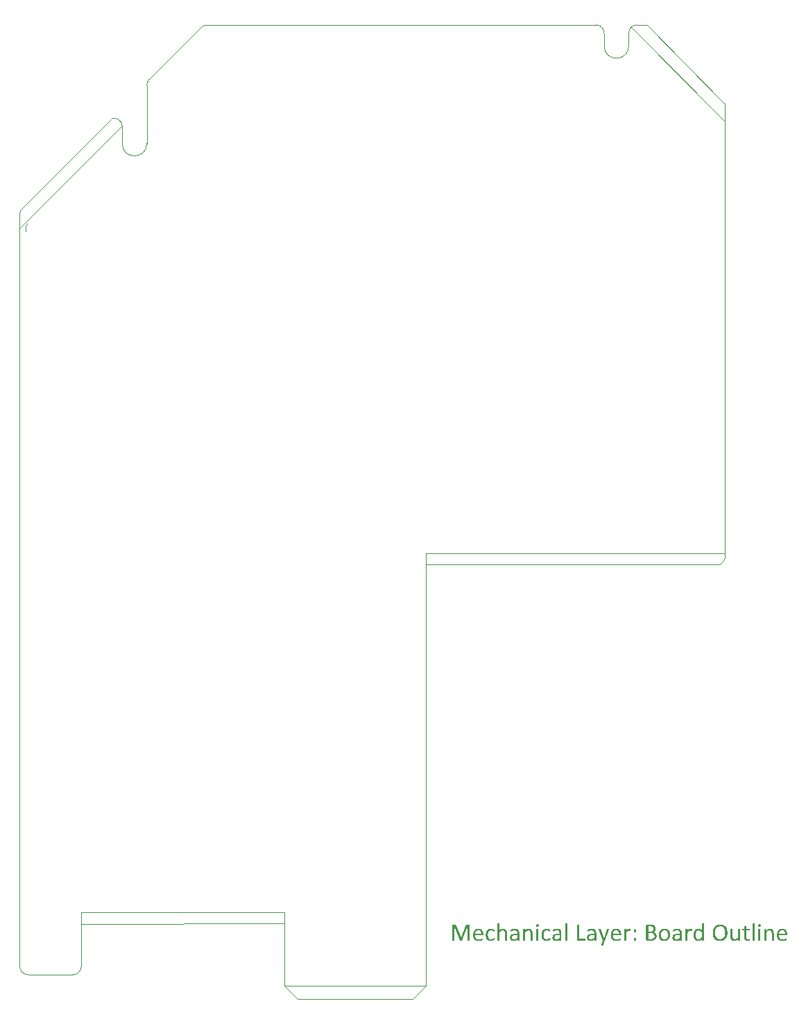
<source format=gm1>
%FSLAX23Y23*%
%MOIN*%
G70*
G01*
G75*
G04 Layer_Color=16711935*
%ADD10C,0.008*%
%ADD11R,0.043X0.045*%
%ADD12R,0.045X0.043*%
%ADD13R,0.020X0.020*%
%ADD14R,0.060X0.124*%
%ADD15R,0.055X0.138*%
%ADD16R,0.069X0.043*%
%ADD17R,0.020X0.049*%
%ADD18R,0.059X0.057*%
%ADD19R,0.014X0.035*%
%ADD20R,0.051X0.108*%
%ADD21R,0.040X0.040*%
%ADD22R,0.050X0.040*%
%ADD23O,0.024X0.073*%
%ADD24R,0.124X0.060*%
%ADD25R,0.057X0.016*%
%ADD26R,0.066X0.124*%
%ADD27R,0.071X0.071*%
%ADD28O,0.010X0.031*%
%ADD29O,0.031X0.010*%
%ADD30R,0.028X0.035*%
%ADD31O,0.028X0.010*%
%ADD32R,0.024X0.024*%
%ADD33R,0.059X0.169*%
%ADD34R,0.043X0.069*%
%ADD35R,0.055X0.035*%
%ADD36R,0.055X0.087*%
%ADD37R,0.016X0.024*%
%ADD38R,0.033X0.051*%
%ADD39R,0.057X0.059*%
G04:AMPARAMS|DCode=40|XSize=65mil|YSize=220mil|CornerRadius=16mil|HoleSize=0mil|Usage=FLASHONLY|Rotation=180.000|XOffset=0mil|YOffset=0mil|HoleType=Round|Shape=RoundedRectangle|*
%AMROUNDEDRECTD40*
21,1,0.065,0.188,0,0,180.0*
21,1,0.033,0.220,0,0,180.0*
1,1,0.033,-0.016,0.094*
1,1,0.033,0.016,0.094*
1,1,0.033,0.016,-0.094*
1,1,0.033,-0.016,-0.094*
%
%ADD40ROUNDEDRECTD40*%
G04:AMPARAMS|DCode=41|XSize=65mil|YSize=200mil|CornerRadius=16mil|HoleSize=0mil|Usage=FLASHONLY|Rotation=180.000|XOffset=0mil|YOffset=0mil|HoleType=Round|Shape=RoundedRectangle|*
%AMROUNDEDRECTD41*
21,1,0.065,0.168,0,0,180.0*
21,1,0.033,0.200,0,0,180.0*
1,1,0.033,-0.016,0.084*
1,1,0.033,0.016,0.084*
1,1,0.033,0.016,-0.084*
1,1,0.033,-0.016,-0.084*
%
%ADD41ROUNDEDRECTD41*%
%ADD42R,0.014X0.067*%
%ADD43R,0.051X0.033*%
%ADD44R,0.037X0.039*%
%ADD45R,0.024X0.045*%
%ADD46C,0.012*%
%ADD47C,0.010*%
%ADD48C,0.025*%
%ADD49C,0.015*%
%ADD50C,0.020*%
%ADD51C,0.050*%
%ADD52C,0.030*%
%ADD53C,0.040*%
%ADD54R,0.050X0.050*%
%ADD55C,0.050*%
%ADD56O,0.075X0.150*%
%ADD57R,0.059X0.059*%
%ADD58C,0.059*%
%ADD59C,0.090*%
%ADD60C,0.060*%
%ADD61R,0.060X0.060*%
%ADD62C,0.052*%
G04:AMPARAMS|DCode=63|XSize=354mil|YSize=79mil|CornerRadius=20mil|HoleSize=0mil|Usage=FLASHONLY|Rotation=270.000|XOffset=0mil|YOffset=0mil|HoleType=Round|Shape=RoundedRectangle|*
%AMROUNDEDRECTD63*
21,1,0.354,0.039,0,0,270.0*
21,1,0.315,0.079,0,0,270.0*
1,1,0.039,-0.020,-0.157*
1,1,0.039,-0.020,0.157*
1,1,0.039,0.020,0.157*
1,1,0.039,0.020,-0.157*
%
%ADD63ROUNDEDRECTD63*%
G04:AMPARAMS|DCode=64|XSize=394mil|YSize=79mil|CornerRadius=20mil|HoleSize=0mil|Usage=FLASHONLY|Rotation=270.000|XOffset=0mil|YOffset=0mil|HoleType=Round|Shape=RoundedRectangle|*
%AMROUNDEDRECTD64*
21,1,0.394,0.039,0,0,270.0*
21,1,0.354,0.079,0,0,270.0*
1,1,0.039,-0.020,-0.177*
1,1,0.039,-0.020,0.177*
1,1,0.039,0.020,0.177*
1,1,0.039,0.020,-0.177*
%
%ADD64ROUNDEDRECTD64*%
%ADD65O,0.276X0.079*%
%ADD66C,0.125*%
%ADD67O,0.173X0.059*%
%ADD68O,0.070X0.125*%
%ADD69R,0.079X0.335*%
%ADD70C,0.157*%
%ADD71C,0.030*%
%ADD72C,0.028*%
%ADD73C,0.040*%
%ADD74C,0.024*%
%ADD75C,0.080*%
%ADD76C,0.100*%
%ADD77C,0.060*%
G04:AMPARAMS|DCode=78|XSize=90mil|YSize=90mil|CornerRadius=0mil|HoleSize=0mil|Usage=FLASHONLY|Rotation=0.000|XOffset=0mil|YOffset=0mil|HoleType=Round|Shape=Relief|Width=20mil|Gap=10mil|Entries=4|*
%AMTHD78*
7,0,0,0.090,0.070,0.020,45*
%
%ADD78THD78*%
%ADD79C,0.070*%
%ADD80O,0.115X0.190*%
G04:AMPARAMS|DCode=81|XSize=95.433mil|YSize=95.433mil|CornerRadius=0mil|HoleSize=0mil|Usage=FLASHONLY|Rotation=0.000|XOffset=0mil|YOffset=0mil|HoleType=Round|Shape=Relief|Width=20mil|Gap=10mil|Entries=4|*
%AMTHD81*
7,0,0,0.095,0.075,0.020,45*
%
%ADD81THD81*%
%ADD82C,0.075*%
G04:AMPARAMS|DCode=83|XSize=117mil|YSize=117mil|CornerRadius=0mil|HoleSize=0mil|Usage=FLASHONLY|Rotation=0.000|XOffset=0mil|YOffset=0mil|HoleType=Round|Shape=Relief|Width=20mil|Gap=10mil|Entries=4|*
%AMTHD83*
7,0,0,0.117,0.097,0.020,45*
%
%ADD83THD83*%
%ADD84C,0.097*%
G04:AMPARAMS|DCode=85|XSize=102.126mil|YSize=102.126mil|CornerRadius=0mil|HoleSize=0mil|Usage=FLASHONLY|Rotation=0.000|XOffset=0mil|YOffset=0mil|HoleType=Round|Shape=Relief|Width=20mil|Gap=10mil|Entries=4|*
%AMTHD85*
7,0,0,0.102,0.082,0.020,45*
%
%ADD85THD85*%
%ADD86C,0.082*%
%ADD87C,0.092*%
%AMTHOVALD88*
21,1,0.267,0.088,0,0,270.0*
1,1,0.088,0.000,0.134*
1,1,0.088,0.000,-0.134*
21,0,0.267,0.068,0,0,270.0*
1,0,0.068,0.000,0.134*
1,0,0.068,0.000,-0.134*
4,0,4,-0.007,0.127,-0.038,0.158,-0.024,0.172,0.007,0.141,-0.007,0.127,0.0*
4,0,4,-0.007,-0.141,0.024,-0.172,0.038,-0.158,0.007,-0.127,-0.007,-0.141,0.0*
4,0,4,-0.007,0.141,0.024,0.172,0.038,0.158,0.007,0.127,-0.007,0.141,0.0*
4,0,4,-0.007,-0.127,-0.038,-0.158,-0.024,-0.172,0.007,-0.141,-0.007,-0.127,0.0*
%
%ADD88THOVALD88*%

%ADD89O,0.068X0.335*%
%ADD90O,0.316X0.119*%
G04:AMPARAMS|DCode=91|XSize=88mil|YSize=88mil|CornerRadius=0mil|HoleSize=0mil|Usage=FLASHONLY|Rotation=0.000|XOffset=0mil|YOffset=0mil|HoleType=Round|Shape=Relief|Width=20mil|Gap=10mil|Entries=4|*
%AMTHD91*
7,0,0,0.088,0.068,0.020,45*
%
%ADD91THD91*%
%ADD92C,0.112*%
%ADD93O,0.215X0.110*%
%ADD94O,0.068X0.112*%
%ADD95O,0.068X0.365*%
G04:AMPARAMS|DCode=96|XSize=132mil|YSize=132mil|CornerRadius=0mil|HoleSize=0mil|Usage=FLASHONLY|Rotation=0.000|XOffset=0mil|YOffset=0mil|HoleType=Round|Shape=Relief|Width=20mil|Gap=10mil|Entries=4|*
%AMTHD96*
7,0,0,0.132,0.112,0.020,45*
%
%ADD96THD96*%
%AMTHOVALD97*
21,1,0.044,0.088,0,0,270.0*
1,1,0.088,0.000,0.022*
1,1,0.088,0.000,-0.022*
21,0,0.044,0.068,0,0,270.0*
1,0,0.068,0.000,0.022*
1,0,0.068,0.000,-0.022*
4,0,4,-0.007,0.015,-0.038,0.046,-0.024,0.060,0.007,0.029,-0.007,0.015,0.0*
4,0,4,-0.007,-0.029,0.024,-0.060,0.038,-0.046,0.007,-0.015,-0.007,-0.029,0.0*
4,0,4,-0.007,0.029,0.024,0.060,0.038,0.046,0.007,0.015,-0.007,0.029,0.0*
4,0,4,-0.007,-0.015,-0.038,-0.046,-0.024,-0.060,0.007,-0.029,-0.007,-0.015,0.0*
%
%ADD97THOVALD97*%

%AMTHOVALD98*
21,1,0.297,0.088,0,0,270.0*
1,1,0.088,0.000,0.148*
1,1,0.088,0.000,-0.148*
21,0,0.297,0.068,0,0,270.0*
1,0,0.068,0.000,0.148*
1,0,0.068,0.000,-0.148*
4,0,4,-0.007,0.141,-0.038,0.172,-0.024,0.187,0.007,0.155,-0.007,0.141,0.0*
4,0,4,-0.007,-0.155,0.024,-0.187,0.038,-0.172,0.007,-0.141,-0.007,-0.155,0.0*
4,0,4,-0.007,0.155,0.024,0.187,0.038,0.172,0.007,0.141,-0.007,0.155,0.0*
4,0,4,-0.007,-0.141,-0.038,-0.172,-0.024,-0.187,0.007,-0.155,-0.007,-0.141,0.0*
%
%ADD98THOVALD98*%

G04:AMPARAMS|DCode=99|XSize=210mil|YSize=210mil|CornerRadius=0mil|HoleSize=0mil|Usage=FLASHONLY|Rotation=0.000|XOffset=0mil|YOffset=0mil|HoleType=Round|Shape=Relief|Width=20mil|Gap=10mil|Entries=4|*
%AMTHD99*
7,0,0,0.210,0.190,0.020,45*
%
%ADD99THD99*%
%ADD100C,0.052*%
G04:AMPARAMS|DCode=101|XSize=72mil|YSize=72mil|CornerRadius=0mil|HoleSize=0mil|Usage=FLASHONLY|Rotation=0.000|XOffset=0mil|YOffset=0mil|HoleType=Round|Shape=Relief|Width=20mil|Gap=10mil|Entries=4|*
%AMTHD101*
7,0,0,0.072,0.052,0.020,45*
%
%ADD101THD101*%
%ADD102C,0.051*%
G04:AMPARAMS|DCode=103|XSize=71mil|YSize=71mil|CornerRadius=0mil|HoleSize=0mil|Usage=FLASHONLY|Rotation=0.000|XOffset=0mil|YOffset=0mil|HoleType=Round|Shape=Relief|Width=20mil|Gap=10mil|Entries=4|*
%AMTHD103*
7,0,0,0.071,0.051,0.020,45*
%
%ADD103THD103*%
%ADD104C,0.068*%
G04:AMPARAMS|DCode=105|XSize=80mil|YSize=80mil|CornerRadius=0mil|HoleSize=0mil|Usage=FLASHONLY|Rotation=0.000|XOffset=0mil|YOffset=0mil|HoleType=Round|Shape=Relief|Width=20mil|Gap=10mil|Entries=4|*
%AMTHD105*
7,0,0,0.080,0.060,0.020,45*
%
%ADD105THD105*%
G04:AMPARAMS|DCode=106|XSize=84mil|YSize=84mil|CornerRadius=0mil|HoleSize=0mil|Usage=FLASHONLY|Rotation=0.000|XOffset=0mil|YOffset=0mil|HoleType=Round|Shape=Relief|Width=20mil|Gap=10mil|Entries=4|*
%AMTHD106*
7,0,0,0.084,0.064,0.020,45*
%
%ADD106THD106*%
%AMTHOVALD107*
21,1,0.044,0.088,0,0,450.0*
1,1,0.088,0.000,-0.022*
1,1,0.088,0.000,0.022*
21,0,0.044,0.068,0,0,450.0*
1,0,0.068,0.000,-0.022*
1,0,0.068,0.000,0.022*
4,0,4,0.007,-0.015,0.038,-0.046,0.024,-0.060,-0.007,-0.029,0.007,-0.015,0.0*
4,0,4,0.007,0.029,-0.024,0.060,-0.038,0.046,-0.007,0.015,0.007,0.029,0.0*
4,0,4,0.007,-0.029,-0.024,-0.060,-0.038,-0.046,-0.007,-0.015,0.007,-0.029,0.0*
4,0,4,0.007,0.015,0.038,0.046,0.024,0.060,-0.007,0.029,0.007,0.015,0.0*
%
%ADD107THOVALD107*%

%ADD108C,0.190*%
%ADD109C,0.064*%
%ADD110R,0.092X0.051*%
%ADD111R,0.024X0.016*%
%ADD112R,0.035X0.014*%
%ADD113C,0.010*%
%ADD114C,0.024*%
%ADD115C,0.005*%
%ADD116C,0.004*%
%ADD117C,0.007*%
%ADD118C,0.008*%
%ADD119C,0.004*%
%ADD120C,0.001*%
%ADD121C,0.002*%
%ADD122R,0.051X0.053*%
%ADD123R,0.053X0.051*%
%ADD124R,0.068X0.132*%
%ADD125R,0.063X0.146*%
%ADD126R,0.077X0.051*%
%ADD127R,0.028X0.057*%
%ADD128R,0.067X0.065*%
%ADD129R,0.022X0.043*%
%ADD130R,0.059X0.116*%
%ADD131R,0.048X0.048*%
%ADD132R,0.058X0.048*%
%ADD133O,0.032X0.081*%
%ADD134R,0.132X0.068*%
%ADD135R,0.065X0.024*%
%ADD136R,0.074X0.132*%
%ADD137R,0.079X0.079*%
%ADD138O,0.018X0.039*%
%ADD139O,0.039X0.018*%
%ADD140R,0.036X0.043*%
%ADD141O,0.036X0.018*%
%ADD142R,0.032X0.032*%
%ADD143R,0.067X0.177*%
%ADD144R,0.051X0.077*%
%ADD145R,0.063X0.043*%
%ADD146R,0.063X0.095*%
%ADD147R,0.024X0.032*%
%ADD148R,0.041X0.059*%
%ADD149R,0.065X0.067*%
G04:AMPARAMS|DCode=150|XSize=73mil|YSize=228mil|CornerRadius=20mil|HoleSize=0mil|Usage=FLASHONLY|Rotation=180.000|XOffset=0mil|YOffset=0mil|HoleType=Round|Shape=RoundedRectangle|*
%AMROUNDEDRECTD150*
21,1,0.073,0.188,0,0,180.0*
21,1,0.033,0.228,0,0,180.0*
1,1,0.041,-0.016,0.094*
1,1,0.041,0.016,0.094*
1,1,0.041,0.016,-0.094*
1,1,0.041,-0.016,-0.094*
%
%ADD150ROUNDEDRECTD150*%
G04:AMPARAMS|DCode=151|XSize=73mil|YSize=208mil|CornerRadius=20mil|HoleSize=0mil|Usage=FLASHONLY|Rotation=180.000|XOffset=0mil|YOffset=0mil|HoleType=Round|Shape=RoundedRectangle|*
%AMROUNDEDRECTD151*
21,1,0.073,0.168,0,0,180.0*
21,1,0.033,0.208,0,0,180.0*
1,1,0.041,-0.016,0.084*
1,1,0.041,0.016,0.084*
1,1,0.041,0.016,-0.084*
1,1,0.041,-0.016,-0.084*
%
%ADD151ROUNDEDRECTD151*%
%ADD152R,0.022X0.075*%
%ADD153R,0.059X0.041*%
%ADD154R,0.045X0.047*%
%ADD155R,0.032X0.053*%
%ADD156R,0.058X0.058*%
%ADD157C,0.058*%
%ADD158O,0.083X0.158*%
%ADD159R,0.067X0.067*%
%ADD160C,0.067*%
%ADD161C,0.098*%
%ADD162R,0.068X0.068*%
%ADD163C,0.060*%
G04:AMPARAMS|DCode=164|XSize=362mil|YSize=87mil|CornerRadius=24mil|HoleSize=0mil|Usage=FLASHONLY|Rotation=270.000|XOffset=0mil|YOffset=0mil|HoleType=Round|Shape=RoundedRectangle|*
%AMROUNDEDRECTD164*
21,1,0.362,0.039,0,0,270.0*
21,1,0.315,0.087,0,0,270.0*
1,1,0.047,-0.020,-0.157*
1,1,0.047,-0.020,0.157*
1,1,0.047,0.020,0.157*
1,1,0.047,0.020,-0.157*
%
%ADD164ROUNDEDRECTD164*%
G04:AMPARAMS|DCode=165|XSize=402mil|YSize=87mil|CornerRadius=24mil|HoleSize=0mil|Usage=FLASHONLY|Rotation=270.000|XOffset=0mil|YOffset=0mil|HoleType=Round|Shape=RoundedRectangle|*
%AMROUNDEDRECTD165*
21,1,0.402,0.039,0,0,270.0*
21,1,0.354,0.087,0,0,270.0*
1,1,0.047,-0.020,-0.177*
1,1,0.047,-0.020,0.177*
1,1,0.047,0.020,0.177*
1,1,0.047,0.020,-0.177*
%
%ADD165ROUNDEDRECTD165*%
%ADD166C,0.103*%
%ADD167O,0.284X0.087*%
%ADD168C,0.133*%
%ADD169O,0.181X0.067*%
%ADD170O,0.078X0.133*%
%ADD171R,0.087X0.343*%
%ADD172C,0.165*%
%ADD173C,0.036*%
%ADD174R,0.100X0.059*%
%ADD175R,0.032X0.024*%
%ADD176R,0.043X0.022*%
%ADD177C,0.006*%
G36*
X2303Y246D02*
X2303D01*
X2303Y246D01*
X2304Y246D01*
X2304Y246D01*
X2305D01*
X2305Y246D01*
X2305Y245D01*
X2305Y245D01*
X2306Y244D01*
Y212D01*
X2306Y212D01*
X2306Y213D01*
X2307Y213D01*
X2308Y214D01*
X2309Y216D01*
X2311Y217D01*
X2312Y218D01*
X2314Y219D01*
X2314Y219D01*
X2315Y219D01*
X2316Y219D01*
X2317Y220D01*
X2318Y220D01*
X2320Y221D01*
X2321Y221D01*
X2323Y221D01*
X2324D01*
X2325Y221D01*
X2326Y221D01*
X2327Y220D01*
X2329Y220D01*
X2330Y220D01*
X2332Y219D01*
X2332Y219D01*
X2332Y219D01*
X2333Y218D01*
X2334Y218D01*
X2335Y217D01*
X2336Y216D01*
X2337Y215D01*
X2338Y214D01*
X2338Y214D01*
X2338Y213D01*
X2339Y213D01*
X2339Y212D01*
X2340Y211D01*
X2340Y210D01*
X2341Y208D01*
X2341Y207D01*
Y207D01*
X2341Y206D01*
X2341Y205D01*
X2342Y204D01*
X2342Y203D01*
X2342Y201D01*
X2342Y199D01*
Y197D01*
Y164D01*
Y164D01*
Y164D01*
X2342Y163D01*
X2342Y163D01*
X2341Y163D01*
X2341D01*
X2341Y163D01*
X2340D01*
X2340Y162D01*
X2339D01*
X2338Y162D01*
X2336D01*
X2335Y162D01*
X2335D01*
X2334Y163D01*
X2333Y163D01*
X2333D01*
X2333Y163D01*
X2332Y163D01*
Y163D01*
X2332Y164D01*
Y196D01*
Y196D01*
Y197D01*
Y197D01*
X2332Y198D01*
X2332Y201D01*
X2332Y202D01*
X2331Y203D01*
Y203D01*
X2331Y204D01*
X2331Y204D01*
X2331Y205D01*
X2330Y206D01*
X2329Y208D01*
Y208D01*
X2329Y208D01*
X2328Y209D01*
X2327Y210D01*
X2326Y211D01*
X2326D01*
X2325Y211D01*
X2325Y212D01*
X2324Y212D01*
X2323Y212D01*
X2321Y212D01*
X2320D01*
X2319Y212D01*
X2318Y212D01*
X2317Y212D01*
X2316Y211D01*
X2315Y210D01*
X2313Y209D01*
X2313Y209D01*
X2313Y209D01*
X2312Y208D01*
X2311Y207D01*
X2310Y206D01*
X2308Y205D01*
X2307Y204D01*
X2306Y202D01*
Y164D01*
Y164D01*
Y164D01*
X2305Y163D01*
X2305Y163D01*
X2304Y163D01*
X2304D01*
X2304Y163D01*
X2304D01*
X2303Y162D01*
X2302D01*
X2302Y162D01*
X2299D01*
X2298Y162D01*
X2298D01*
X2298Y163D01*
X2297Y163D01*
X2297D01*
X2296Y163D01*
X2296Y163D01*
Y163D01*
X2296Y164D01*
Y244D01*
Y244D01*
Y245D01*
X2296Y245D01*
Y245D01*
X2296Y245D01*
X2297Y246D01*
X2297D01*
X2297Y246D01*
X2297Y246D01*
X2298Y246D01*
X2298D01*
X2299Y246D01*
X2302D01*
X2303Y246D01*
D02*
G37*
G36*
X2383Y221D02*
X2385Y221D01*
X2386Y220D01*
X2388Y220D01*
X2389Y219D01*
X2390D01*
X2390Y219D01*
X2391Y219D01*
X2392Y218D01*
X2394Y217D01*
X2395Y216D01*
X2396Y216D01*
X2396Y215D01*
X2396Y215D01*
X2397Y215D01*
X2397Y214D01*
X2398Y213D01*
X2399Y212D01*
X2399Y211D01*
X2400Y209D01*
Y209D01*
X2400Y208D01*
X2400Y208D01*
X2400Y207D01*
X2400Y205D01*
X2401Y204D01*
X2401Y202D01*
Y200D01*
Y164D01*
Y164D01*
Y163D01*
X2401Y163D01*
X2400Y163D01*
X2400D01*
X2400Y163D01*
X2400Y163D01*
X2399Y163D01*
X2399D01*
X2398Y162D01*
X2398Y162D01*
X2396D01*
X2395Y162D01*
X2394Y163D01*
X2394D01*
X2394Y163D01*
X2393Y163D01*
X2393Y163D01*
X2393Y163D01*
X2392Y163D01*
X2392Y164D01*
Y169D01*
X2392Y169D01*
X2392Y169D01*
X2391Y168D01*
X2390Y167D01*
X2389Y166D01*
X2387Y165D01*
X2386Y164D01*
X2384Y163D01*
X2384Y163D01*
X2384Y163D01*
X2383Y163D01*
X2382Y163D01*
X2380Y162D01*
X2379Y162D01*
X2377Y162D01*
X2375Y162D01*
X2374D01*
X2373Y162D01*
X2371Y162D01*
X2370Y162D01*
X2367Y163D01*
X2367D01*
X2367Y163D01*
X2366Y163D01*
X2366Y163D01*
X2364Y164D01*
X2362Y166D01*
X2361Y166D01*
X2361Y166D01*
X2361Y167D01*
X2360Y167D01*
X2360Y168D01*
X2359Y169D01*
X2358Y171D01*
Y171D01*
X2358Y172D01*
X2357Y172D01*
X2357Y173D01*
X2357Y174D01*
X2357Y175D01*
X2357Y178D01*
Y178D01*
Y179D01*
X2357Y179D01*
X2357Y181D01*
X2357Y182D01*
X2357Y183D01*
X2358Y184D01*
X2358Y186D01*
X2359Y186D01*
X2359Y186D01*
X2359Y187D01*
X2360Y188D01*
X2361Y189D01*
X2361Y190D01*
X2362Y191D01*
X2364Y191D01*
X2364Y192D01*
X2364Y192D01*
X2365Y192D01*
X2366Y193D01*
X2367Y193D01*
X2369Y194D01*
X2370Y194D01*
X2372Y195D01*
X2372D01*
X2373Y195D01*
X2374Y195D01*
X2375Y195D01*
X2377Y196D01*
X2379Y196D01*
X2381Y196D01*
X2391D01*
Y200D01*
Y200D01*
Y201D01*
Y201D01*
X2391Y202D01*
X2391Y204D01*
X2390Y205D01*
Y206D01*
X2390Y206D01*
X2390Y206D01*
X2390Y207D01*
X2389Y208D01*
X2388Y209D01*
Y210D01*
X2388Y210D01*
X2387Y210D01*
X2386Y211D01*
X2384Y212D01*
X2384D01*
X2384Y212D01*
X2383Y212D01*
X2383Y212D01*
X2382Y212D01*
X2381Y213D01*
X2379Y213D01*
X2377D01*
X2376Y213D01*
X2374Y212D01*
X2372Y212D01*
X2372D01*
X2372Y212D01*
X2371Y212D01*
X2370Y211D01*
X2369Y211D01*
X2367Y210D01*
X2367D01*
X2367Y210D01*
X2366Y210D01*
X2366Y209D01*
X2365Y209D01*
X2363Y208D01*
X2363Y208D01*
X2362Y208D01*
X2362Y207D01*
X2361Y207D01*
X2361D01*
X2360Y207D01*
X2360Y207D01*
X2360Y208D01*
Y208D01*
X2360Y208D01*
X2359Y209D01*
Y209D01*
Y210D01*
Y210D01*
Y211D01*
Y211D01*
Y211D01*
Y212D01*
Y213D01*
X2359Y213D01*
Y213D01*
X2360Y214D01*
X2360Y214D01*
X2360Y215D01*
X2361Y215D01*
X2361Y216D01*
X2362Y216D01*
X2363Y217D01*
X2363D01*
X2364Y217D01*
X2364Y217D01*
X2365Y217D01*
X2366Y218D01*
X2368Y219D01*
X2368D01*
X2368Y219D01*
X2369Y219D01*
X2369Y219D01*
X2370Y219D01*
X2371Y220D01*
X2373Y220D01*
X2374D01*
X2374Y220D01*
X2375Y220D01*
X2375Y221D01*
X2376D01*
X2377Y221D01*
X2380Y221D01*
X2382D01*
X2383Y221D01*
D02*
G37*
G36*
X2491Y220D02*
X2491D01*
X2491Y220D01*
X2492Y220D01*
X2492Y219D01*
X2493D01*
X2493Y219D01*
X2493Y219D01*
X2493Y219D01*
X2493Y218D01*
Y164D01*
Y164D01*
Y164D01*
X2493Y163D01*
X2493Y163D01*
X2492Y163D01*
X2492D01*
X2492Y163D01*
X2492D01*
X2491Y162D01*
X2490D01*
X2489Y162D01*
X2487D01*
X2486Y162D01*
X2486D01*
X2486Y163D01*
X2485Y163D01*
X2484D01*
X2484Y163D01*
X2484Y163D01*
Y163D01*
X2484Y164D01*
Y218D01*
Y218D01*
Y218D01*
X2484Y219D01*
Y219D01*
X2484Y219D01*
X2485Y219D01*
X2485D01*
X2485Y220D01*
X2485Y220D01*
X2486Y220D01*
X2486D01*
X2487Y220D01*
X2490D01*
X2491Y220D01*
D02*
G37*
G36*
X2959Y176D02*
X2960Y176D01*
X2960Y175D01*
X2961Y175D01*
X2961Y175D01*
X2962Y174D01*
X2962Y174D01*
X2962Y174D01*
X2963Y173D01*
X2963Y172D01*
Y172D01*
X2963Y171D01*
X2963Y170D01*
Y169D01*
Y169D01*
Y169D01*
Y168D01*
X2963Y167D01*
X2963Y166D01*
Y165D01*
X2963Y165D01*
X2962Y164D01*
X2962Y163D01*
X2962Y163D01*
X2961Y163D01*
X2961Y163D01*
X2960Y162D01*
X2960D01*
X2959Y162D01*
X2958Y162D01*
X2956D01*
X2955Y162D01*
X2954Y162D01*
X2954D01*
X2953Y163D01*
X2952Y163D01*
X2952Y163D01*
X2952Y164D01*
X2951Y164D01*
X2951Y165D01*
X2951Y166D01*
Y166D01*
Y167D01*
X2951Y168D01*
Y169D01*
Y169D01*
Y169D01*
Y170D01*
Y171D01*
X2951Y172D01*
Y173D01*
X2951Y173D01*
X2951Y174D01*
X2952Y174D01*
X2952Y174D01*
X2952Y175D01*
X2953Y175D01*
X2954Y176D01*
X2954Y176D01*
X2955Y176D01*
X2956Y176D01*
X2958D01*
X2959Y176D01*
D02*
G37*
G36*
X3667Y221D02*
X3669Y221D01*
X3670Y220D01*
X3672Y220D01*
X3674Y219D01*
X3676Y219D01*
X3676Y219D01*
X3677Y218D01*
X3677Y218D01*
X3678Y217D01*
X3680Y217D01*
X3681Y216D01*
X3682Y214D01*
X3683Y213D01*
X3683Y213D01*
X3684Y213D01*
X3684Y212D01*
X3685Y211D01*
X3685Y210D01*
X3686Y208D01*
X3687Y207D01*
X3687Y205D01*
Y205D01*
X3688Y204D01*
X3688Y203D01*
X3688Y202D01*
X3688Y201D01*
X3689Y199D01*
X3689Y197D01*
Y195D01*
Y193D01*
Y193D01*
Y193D01*
X3689Y192D01*
X3688Y191D01*
X3688Y190D01*
X3687Y190D01*
X3687Y190D01*
X3686Y189D01*
X3685Y189D01*
X3649D01*
Y189D01*
Y188D01*
Y188D01*
X3650Y186D01*
Y185D01*
X3650Y184D01*
X3650Y181D01*
Y181D01*
X3650Y180D01*
X3651Y180D01*
X3651Y179D01*
X3652Y177D01*
X3653Y175D01*
X3653Y175D01*
X3654Y174D01*
X3654Y174D01*
X3655Y173D01*
X3656Y173D01*
X3656Y172D01*
X3659Y171D01*
X3659D01*
X3659Y171D01*
X3660Y170D01*
X3661Y170D01*
X3662Y170D01*
X3664Y170D01*
X3665Y170D01*
X3668D01*
X3669Y170D01*
X3672Y170D01*
X3674Y170D01*
X3674D01*
X3674Y170D01*
X3675Y170D01*
X3676Y171D01*
X3677Y171D01*
X3679Y172D01*
X3679D01*
X3680Y172D01*
X3680Y172D01*
X3682Y173D01*
X3683Y173D01*
X3683D01*
X3683Y173D01*
X3684Y173D01*
X3684Y173D01*
X3685Y174D01*
X3685D01*
X3686Y173D01*
X3686D01*
X3686Y173D01*
X3686Y173D01*
Y173D01*
X3686Y172D01*
X3686Y172D01*
Y171D01*
X3687Y171D01*
Y170D01*
Y170D01*
Y170D01*
Y169D01*
X3686Y168D01*
Y168D01*
Y168D01*
X3686Y167D01*
X3686Y167D01*
X3686Y166D01*
X3686Y166D01*
X3685Y166D01*
X3685Y166D01*
X3685Y165D01*
X3684Y165D01*
X3683D01*
X3683Y165D01*
X3683Y164D01*
X3682Y164D01*
X3681Y164D01*
X3679Y163D01*
X3679D01*
X3679Y163D01*
X3678Y163D01*
X3678Y163D01*
X3677Y163D01*
X3676Y163D01*
X3673Y162D01*
X3673D01*
X3673Y162D01*
X3672D01*
X3671Y162D01*
X3670Y162D01*
X3669D01*
X3666Y162D01*
X3665D01*
X3664Y162D01*
X3662Y162D01*
X3660Y162D01*
X3658Y162D01*
X3656Y163D01*
X3654Y163D01*
X3654Y163D01*
X3654Y164D01*
X3653Y164D01*
X3651Y165D01*
X3650Y165D01*
X3649Y166D01*
X3647Y168D01*
X3646Y169D01*
X3646Y169D01*
X3645Y169D01*
X3645Y170D01*
X3644Y171D01*
X3643Y173D01*
X3642Y174D01*
X3641Y176D01*
X3641Y178D01*
Y178D01*
X3641Y179D01*
X3640Y180D01*
X3640Y182D01*
X3640Y183D01*
X3639Y186D01*
X3639Y188D01*
X3639Y191D01*
Y191D01*
Y191D01*
Y192D01*
X3639Y193D01*
X3639Y195D01*
X3640Y197D01*
X3640Y199D01*
X3640Y201D01*
X3641Y203D01*
X3641Y204D01*
X3641Y204D01*
X3641Y205D01*
X3642Y207D01*
X3643Y208D01*
X3644Y210D01*
X3645Y211D01*
X3646Y213D01*
X3646Y213D01*
X3646Y213D01*
X3647Y214D01*
X3648Y215D01*
X3649Y216D01*
X3651Y217D01*
X3652Y218D01*
X3654Y219D01*
X3654Y219D01*
X3655Y219D01*
X3656Y219D01*
X3657Y220D01*
X3659Y220D01*
X3661Y221D01*
X3663Y221D01*
X3665Y221D01*
X3666D01*
X3667Y221D01*
D02*
G37*
G36*
X3490Y234D02*
X3490D01*
X3491Y234D01*
X3491Y234D01*
X3492Y234D01*
X3492D01*
X3492Y234D01*
X3493Y233D01*
X3493Y233D01*
X3493Y232D01*
Y220D01*
X3507D01*
X3508Y219D01*
X3508D01*
X3508Y219D01*
X3508Y219D01*
Y218D01*
X3508Y218D01*
X3509Y218D01*
X3509Y217D01*
Y217D01*
X3509Y217D01*
Y216D01*
Y216D01*
Y215D01*
Y215D01*
Y214D01*
X3509Y213D01*
X3508Y212D01*
X3508Y212D01*
X3508Y212D01*
X3507Y212D01*
X3507Y212D01*
X3493D01*
Y181D01*
Y181D01*
Y180D01*
X3493Y179D01*
Y178D01*
X3494Y175D01*
X3494Y174D01*
X3494Y173D01*
X3495Y173D01*
X3495Y173D01*
X3495Y172D01*
X3496Y172D01*
X3497Y171D01*
X3498Y171D01*
X3499Y170D01*
X3500Y170D01*
X3502D01*
X3503Y170D01*
X3503D01*
X3504Y170D01*
X3504Y171D01*
X3505Y171D01*
X3505Y171D01*
X3505Y171D01*
X3506Y172D01*
X3506D01*
X3507Y172D01*
X3507Y172D01*
X3508D01*
X3508Y172D01*
X3508Y171D01*
X3508Y171D01*
Y171D01*
X3509Y171D01*
X3509Y170D01*
Y170D01*
X3509Y169D01*
Y169D01*
Y168D01*
Y168D01*
Y167D01*
X3509Y166D01*
X3509Y165D01*
Y165D01*
X3508Y165D01*
X3508Y164D01*
X3508Y164D01*
X3508D01*
X3507Y163D01*
X3507Y163D01*
X3506Y163D01*
X3506D01*
X3506Y163D01*
X3505Y163D01*
X3504Y162D01*
X3504D01*
X3503Y162D01*
X3503Y162D01*
X3502Y162D01*
X3501D01*
X3501Y162D01*
X3500Y162D01*
X3497D01*
X3496Y162D01*
X3495Y162D01*
X3494Y162D01*
X3492Y163D01*
X3491D01*
X3491Y163D01*
X3491Y163D01*
X3490Y163D01*
X3488Y165D01*
X3487Y166D01*
X3487Y166D01*
X3486Y166D01*
X3486Y167D01*
X3486Y168D01*
X3485Y168D01*
X3485Y169D01*
X3484Y172D01*
Y172D01*
X3484Y172D01*
X3484Y173D01*
X3484Y174D01*
X3483Y175D01*
X3483Y177D01*
X3483Y178D01*
Y180D01*
Y212D01*
X3475D01*
X3475Y212D01*
X3474Y212D01*
X3474Y212D01*
Y212D01*
X3474Y213D01*
X3474Y214D01*
X3474Y216D01*
Y216D01*
Y216D01*
Y217D01*
X3474Y217D01*
Y217D01*
X3474Y218D01*
Y218D01*
X3474Y219D01*
Y219D01*
X3474Y219D01*
X3475Y219D01*
X3475D01*
X3475Y220D01*
X3475Y220D01*
X3483D01*
Y232D01*
Y233D01*
Y233D01*
X3483Y233D01*
Y233D01*
X3484Y233D01*
X3484Y234D01*
X3484D01*
X3485Y234D01*
X3485Y234D01*
X3485Y234D01*
X3486D01*
X3486Y234D01*
X3490D01*
X3490Y234D01*
D02*
G37*
G36*
X3460Y220D02*
X3460D01*
X3460Y220D01*
X3461Y220D01*
X3461Y219D01*
X3461D01*
X3462Y219D01*
X3462Y219D01*
X3462Y219D01*
X3462Y218D01*
Y164D01*
Y164D01*
Y164D01*
X3462Y163D01*
X3462Y163D01*
X3461Y163D01*
X3461D01*
X3461Y163D01*
X3461D01*
X3460Y162D01*
X3459D01*
X3459Y162D01*
X3456D01*
X3455Y162D01*
X3455D01*
X3455Y163D01*
X3454Y163D01*
X3454Y163D01*
X3453Y163D01*
Y163D01*
X3453Y164D01*
Y171D01*
X3453Y171D01*
X3452Y170D01*
X3452Y169D01*
X3451Y168D01*
X3449Y167D01*
X3448Y166D01*
X3446Y165D01*
X3444Y164D01*
X3444Y164D01*
X3444Y163D01*
X3443Y163D01*
X3441Y163D01*
X3440Y162D01*
X3439Y162D01*
X3437Y162D01*
X3435Y162D01*
X3434D01*
X3433Y162D01*
X3432Y162D01*
X3431Y162D01*
X3429Y162D01*
X3428Y163D01*
X3426Y163D01*
X3426Y163D01*
X3426Y163D01*
X3425Y164D01*
X3424Y164D01*
X3423Y165D01*
X3422Y166D01*
X3420Y168D01*
X3420Y168D01*
X3420Y169D01*
X3419Y169D01*
X3419Y170D01*
X3418Y171D01*
X3418Y173D01*
X3417Y175D01*
Y175D01*
X3417Y176D01*
X3417Y177D01*
X3416Y178D01*
X3416Y180D01*
X3416Y181D01*
X3416Y183D01*
Y185D01*
Y218D01*
Y218D01*
Y218D01*
X3416Y219D01*
X3416Y219D01*
X3417Y219D01*
X3417D01*
X3417Y220D01*
X3418Y220D01*
X3418Y220D01*
X3419D01*
X3419Y220D01*
X3422D01*
X3423Y220D01*
X3423D01*
X3424Y220D01*
X3424Y220D01*
X3425Y219D01*
X3425D01*
X3425Y219D01*
X3426Y219D01*
X3426Y219D01*
X3426Y218D01*
Y187D01*
Y187D01*
Y186D01*
Y185D01*
X3426Y184D01*
X3426Y181D01*
X3426Y180D01*
X3426Y179D01*
Y179D01*
X3427Y179D01*
X3427Y178D01*
X3427Y177D01*
X3428Y176D01*
X3429Y174D01*
X3429Y174D01*
X3429Y174D01*
X3430Y173D01*
X3431Y172D01*
X3432Y171D01*
X3432D01*
X3433Y171D01*
X3433Y171D01*
X3434Y171D01*
X3435Y170D01*
X3437Y170D01*
X3438D01*
X3439Y170D01*
X3440Y170D01*
X3441Y171D01*
X3442Y171D01*
X3443Y172D01*
X3445Y173D01*
X3445Y173D01*
X3445Y173D01*
X3446Y174D01*
X3447Y174D01*
X3448Y176D01*
X3449Y177D01*
X3451Y178D01*
X3452Y180D01*
Y218D01*
Y218D01*
Y218D01*
X3453Y219D01*
X3453Y219D01*
X3453Y219D01*
X3454D01*
X3454Y220D01*
X3454Y220D01*
X3455Y220D01*
X3455D01*
X3456Y220D01*
X3459D01*
X3460Y220D01*
D02*
G37*
G36*
X2586Y221D02*
X2588Y221D01*
X2590Y220D01*
X2591Y220D01*
X2593Y219D01*
X2593D01*
X2594Y219D01*
X2594Y219D01*
X2595Y218D01*
X2597Y217D01*
X2599Y216D01*
X2600Y216D01*
X2600Y215D01*
X2600Y215D01*
X2600Y215D01*
X2601Y214D01*
X2601Y213D01*
X2602Y212D01*
X2603Y211D01*
X2603Y209D01*
Y209D01*
X2603Y208D01*
X2604Y208D01*
X2604Y207D01*
X2604Y205D01*
X2604Y204D01*
X2604Y202D01*
Y200D01*
Y164D01*
Y164D01*
Y163D01*
X2604Y163D01*
X2604Y163D01*
X2604D01*
X2604Y163D01*
X2603Y163D01*
X2602Y163D01*
X2602D01*
X2602Y162D01*
X2601Y162D01*
X2599D01*
X2598Y162D01*
X2598Y163D01*
X2597D01*
X2597Y163D01*
X2597Y163D01*
X2596Y163D01*
X2596Y163D01*
X2596Y163D01*
X2596Y164D01*
Y169D01*
X2596Y169D01*
X2595Y169D01*
X2594Y168D01*
X2594Y167D01*
X2592Y166D01*
X2591Y165D01*
X2590Y164D01*
X2588Y163D01*
X2588Y163D01*
X2587Y163D01*
X2586Y163D01*
X2585Y163D01*
X2584Y162D01*
X2582Y162D01*
X2581Y162D01*
X2579Y162D01*
X2577D01*
X2576Y162D01*
X2575Y162D01*
X2574Y162D01*
X2571Y163D01*
X2571D01*
X2570Y163D01*
X2570Y163D01*
X2569Y163D01*
X2567Y164D01*
X2565Y166D01*
X2565Y166D01*
X2565Y166D01*
X2564Y167D01*
X2564Y167D01*
X2563Y168D01*
X2562Y169D01*
X2561Y171D01*
Y171D01*
X2561Y172D01*
X2561Y172D01*
X2561Y173D01*
X2561Y174D01*
X2560Y175D01*
X2560Y178D01*
Y178D01*
Y179D01*
X2560Y179D01*
X2560Y181D01*
X2561Y182D01*
X2561Y183D01*
X2561Y184D01*
X2562Y186D01*
X2562Y186D01*
X2562Y186D01*
X2563Y187D01*
X2563Y188D01*
X2564Y189D01*
X2565Y190D01*
X2566Y191D01*
X2567Y191D01*
X2567Y192D01*
X2568Y192D01*
X2569Y192D01*
X2570Y193D01*
X2571Y193D01*
X2572Y194D01*
X2574Y194D01*
X2576Y195D01*
X2576D01*
X2577Y195D01*
X2578Y195D01*
X2579Y195D01*
X2581Y196D01*
X2583Y196D01*
X2585Y196D01*
X2595D01*
Y200D01*
Y200D01*
Y201D01*
Y201D01*
X2594Y202D01*
X2594Y204D01*
X2594Y205D01*
Y206D01*
X2594Y206D01*
X2594Y206D01*
X2593Y207D01*
X2593Y208D01*
X2592Y209D01*
Y210D01*
X2591Y210D01*
X2591Y210D01*
X2589Y211D01*
X2588Y212D01*
X2588D01*
X2587Y212D01*
X2587Y212D01*
X2586Y212D01*
X2585Y212D01*
X2585Y213D01*
X2582Y213D01*
X2581D01*
X2580Y213D01*
X2578Y212D01*
X2576Y212D01*
X2575D01*
X2575Y212D01*
X2575Y212D01*
X2574Y211D01*
X2572Y211D01*
X2571Y210D01*
X2570D01*
X2570Y210D01*
X2570Y210D01*
X2569Y209D01*
X2568Y209D01*
X2567Y208D01*
X2566Y208D01*
X2566Y208D01*
X2565Y207D01*
X2565Y207D01*
X2564D01*
X2564Y207D01*
X2564Y207D01*
X2563Y208D01*
Y208D01*
X2563Y208D01*
X2563Y209D01*
Y209D01*
Y210D01*
Y210D01*
Y211D01*
Y211D01*
Y211D01*
Y212D01*
Y213D01*
X2563Y213D01*
Y213D01*
X2563Y214D01*
X2563Y214D01*
X2564Y215D01*
X2564Y215D01*
X2565Y216D01*
X2565Y216D01*
X2567Y217D01*
X2567D01*
X2567Y217D01*
X2567Y217D01*
X2568Y217D01*
X2569Y218D01*
X2571Y219D01*
X2571D01*
X2572Y219D01*
X2572Y219D01*
X2573Y219D01*
X2574Y219D01*
X2575Y220D01*
X2577Y220D01*
X2577D01*
X2577Y220D01*
X2578Y220D01*
X2579Y221D01*
X2580D01*
X2581Y221D01*
X2583Y221D01*
X2585D01*
X2586Y221D01*
D02*
G37*
G36*
X3529Y246D02*
X3529D01*
X3530Y246D01*
X3530Y246D01*
X3531Y246D01*
X3531D01*
X3531Y246D01*
X3531Y245D01*
X3532Y245D01*
X3532Y244D01*
Y164D01*
Y164D01*
Y164D01*
X3531Y163D01*
X3531Y163D01*
X3531Y163D01*
X3530D01*
X3530Y163D01*
X3530D01*
X3529Y162D01*
X3529D01*
X3528Y162D01*
X3525D01*
X3524Y162D01*
X3524D01*
X3524Y163D01*
X3523Y163D01*
X3523D01*
X3523Y163D01*
X3522Y163D01*
Y163D01*
X3522Y164D01*
Y244D01*
Y244D01*
Y245D01*
X3522Y245D01*
Y245D01*
X3522Y245D01*
X3523Y246D01*
X3523D01*
X3523Y246D01*
X3524Y246D01*
X3524Y246D01*
X3524D01*
X3525Y246D01*
X3528D01*
X3529Y246D01*
D02*
G37*
G36*
X3164Y221D02*
X3165Y221D01*
X3167Y220D01*
X3168Y220D01*
X3170Y219D01*
X3170D01*
X3171Y219D01*
X3171Y219D01*
X3172Y218D01*
X3175Y217D01*
X3176Y216D01*
X3177Y216D01*
X3177Y215D01*
X3177Y215D01*
X3177Y215D01*
X3178Y214D01*
X3179Y213D01*
X3179Y212D01*
X3180Y211D01*
X3180Y209D01*
Y209D01*
X3180Y208D01*
X3181Y208D01*
X3181Y207D01*
X3181Y205D01*
X3181Y204D01*
X3182Y202D01*
Y200D01*
Y164D01*
Y164D01*
Y163D01*
X3181Y163D01*
X3181Y163D01*
X3181D01*
X3181Y163D01*
X3180Y163D01*
X3180Y163D01*
X3179D01*
X3179Y162D01*
X3178Y162D01*
X3176D01*
X3176Y162D01*
X3175Y163D01*
X3175D01*
X3174Y163D01*
X3174Y163D01*
X3173Y163D01*
X3173Y163D01*
X3173Y163D01*
X3173Y164D01*
Y169D01*
X3173Y169D01*
X3172Y169D01*
X3172Y168D01*
X3171Y167D01*
X3169Y166D01*
X3168Y165D01*
X3167Y164D01*
X3165Y163D01*
X3165Y163D01*
X3164Y163D01*
X3163Y163D01*
X3162Y163D01*
X3161Y162D01*
X3159Y162D01*
X3158Y162D01*
X3156Y162D01*
X3154D01*
X3153Y162D01*
X3152Y162D01*
X3151Y162D01*
X3148Y163D01*
X3148D01*
X3148Y163D01*
X3147Y163D01*
X3146Y163D01*
X3144Y164D01*
X3142Y166D01*
X3142Y166D01*
X3142Y166D01*
X3141Y167D01*
X3141Y167D01*
X3140Y168D01*
X3140Y169D01*
X3138Y171D01*
Y171D01*
X3138Y172D01*
X3138Y172D01*
X3138Y173D01*
X3138Y174D01*
X3137Y175D01*
X3137Y178D01*
Y178D01*
Y179D01*
X3137Y179D01*
X3138Y181D01*
X3138Y182D01*
X3138Y183D01*
X3138Y184D01*
X3139Y186D01*
X3139Y186D01*
X3139Y186D01*
X3140Y187D01*
X3140Y188D01*
X3141Y189D01*
X3142Y190D01*
X3143Y191D01*
X3144Y191D01*
X3144Y192D01*
X3145Y192D01*
X3146Y192D01*
X3147Y193D01*
X3148Y193D01*
X3149Y194D01*
X3151Y194D01*
X3153Y195D01*
X3153D01*
X3154Y195D01*
X3155Y195D01*
X3156Y195D01*
X3158Y196D01*
X3160Y196D01*
X3162Y196D01*
X3172D01*
Y200D01*
Y200D01*
Y201D01*
Y201D01*
X3172Y202D01*
X3171Y204D01*
X3171Y205D01*
Y206D01*
X3171Y206D01*
X3171Y206D01*
X3170Y207D01*
X3170Y208D01*
X3169Y209D01*
Y210D01*
X3168Y210D01*
X3168Y210D01*
X3167Y211D01*
X3165Y212D01*
X3165D01*
X3165Y212D01*
X3164Y212D01*
X3163Y212D01*
X3163Y212D01*
X3162Y213D01*
X3159Y213D01*
X3158D01*
X3157Y213D01*
X3155Y212D01*
X3153Y212D01*
X3152D01*
X3152Y212D01*
X3152Y212D01*
X3151Y211D01*
X3149Y211D01*
X3148Y210D01*
X3148D01*
X3147Y210D01*
X3147Y210D01*
X3146Y209D01*
X3145Y209D01*
X3144Y208D01*
X3144Y208D01*
X3143Y208D01*
X3142Y207D01*
X3142Y207D01*
X3142D01*
X3141Y207D01*
X3141Y207D01*
X3140Y208D01*
Y208D01*
X3140Y208D01*
X3140Y209D01*
Y209D01*
Y210D01*
Y210D01*
Y211D01*
Y211D01*
Y211D01*
Y212D01*
Y213D01*
X3140Y213D01*
Y213D01*
X3140Y214D01*
X3141Y214D01*
X3141Y215D01*
X3141Y215D01*
X3142Y216D01*
X3143Y216D01*
X3144Y217D01*
X3144D01*
X3144Y217D01*
X3145Y217D01*
X3145Y217D01*
X3147Y218D01*
X3148Y219D01*
X3148D01*
X3149Y219D01*
X3149Y219D01*
X3150Y219D01*
X3151Y219D01*
X3152Y220D01*
X3154Y220D01*
X3154D01*
X3155Y220D01*
X3155Y220D01*
X3156Y221D01*
X3157D01*
X3158Y221D01*
X3160Y221D01*
X3162D01*
X3164Y221D01*
D02*
G37*
G36*
X2753D02*
X2754Y221D01*
X2756Y220D01*
X2758Y220D01*
X2759Y219D01*
X2759D01*
X2760Y219D01*
X2761Y219D01*
X2762Y218D01*
X2764Y217D01*
X2765Y216D01*
X2766Y216D01*
X2766Y215D01*
X2766Y215D01*
X2767Y215D01*
X2767Y214D01*
X2768Y213D01*
X2769Y212D01*
X2769Y211D01*
X2770Y209D01*
Y209D01*
X2770Y208D01*
X2770Y208D01*
X2770Y207D01*
X2770Y205D01*
X2771Y204D01*
X2771Y202D01*
Y200D01*
Y164D01*
Y164D01*
Y163D01*
X2771Y163D01*
X2770Y163D01*
X2770D01*
X2770Y163D01*
X2770Y163D01*
X2769Y163D01*
X2769D01*
X2768Y162D01*
X2767Y162D01*
X2766D01*
X2765Y162D01*
X2764Y163D01*
X2764D01*
X2763Y163D01*
X2763Y163D01*
X2763Y163D01*
X2762Y163D01*
X2762Y163D01*
X2762Y164D01*
Y169D01*
X2762Y169D01*
X2762Y169D01*
X2761Y168D01*
X2760Y167D01*
X2759Y166D01*
X2757Y165D01*
X2756Y164D01*
X2754Y163D01*
X2754Y163D01*
X2754Y163D01*
X2753Y163D01*
X2752Y163D01*
X2750Y162D01*
X2749Y162D01*
X2747Y162D01*
X2745Y162D01*
X2744D01*
X2742Y162D01*
X2741Y162D01*
X2740Y162D01*
X2737Y163D01*
X2737D01*
X2737Y163D01*
X2736Y163D01*
X2735Y163D01*
X2733Y164D01*
X2732Y166D01*
X2731Y166D01*
X2731Y166D01*
X2731Y167D01*
X2730Y167D01*
X2730Y168D01*
X2729Y169D01*
X2728Y171D01*
Y171D01*
X2728Y172D01*
X2727Y172D01*
X2727Y173D01*
X2727Y174D01*
X2727Y175D01*
X2727Y178D01*
Y178D01*
Y179D01*
X2727Y179D01*
X2727Y181D01*
X2727Y182D01*
X2727Y183D01*
X2728Y184D01*
X2728Y186D01*
X2728Y186D01*
X2729Y186D01*
X2729Y187D01*
X2730Y188D01*
X2730Y189D01*
X2731Y190D01*
X2732Y191D01*
X2734Y191D01*
X2734Y192D01*
X2734Y192D01*
X2735Y192D01*
X2736Y193D01*
X2737Y193D01*
X2739Y194D01*
X2740Y194D01*
X2742Y195D01*
X2742D01*
X2743Y195D01*
X2744Y195D01*
X2745Y195D01*
X2747Y196D01*
X2749Y196D01*
X2751Y196D01*
X2761D01*
Y200D01*
Y200D01*
Y201D01*
Y201D01*
X2761Y202D01*
X2761Y204D01*
X2760Y205D01*
Y206D01*
X2760Y206D01*
X2760Y206D01*
X2760Y207D01*
X2759Y208D01*
X2758Y209D01*
Y210D01*
X2758Y210D01*
X2757Y210D01*
X2756Y211D01*
X2754Y212D01*
X2754D01*
X2754Y212D01*
X2753Y212D01*
X2753Y212D01*
X2752Y212D01*
X2751Y213D01*
X2749Y213D01*
X2747D01*
X2746Y213D01*
X2744Y212D01*
X2742Y212D01*
X2742D01*
X2742Y212D01*
X2741Y212D01*
X2740Y211D01*
X2739Y211D01*
X2737Y210D01*
X2737D01*
X2737Y210D01*
X2736Y210D01*
X2736Y209D01*
X2734Y209D01*
X2733Y208D01*
X2733Y208D01*
X2732Y208D01*
X2732Y207D01*
X2731Y207D01*
X2731D01*
X2730Y207D01*
X2730Y207D01*
X2730Y208D01*
Y208D01*
X2729Y208D01*
X2729Y209D01*
Y209D01*
Y210D01*
Y210D01*
Y211D01*
Y211D01*
Y211D01*
Y212D01*
Y213D01*
X2729Y213D01*
Y213D01*
X2730Y214D01*
X2730Y214D01*
X2730Y215D01*
X2730Y215D01*
X2731Y216D01*
X2732Y216D01*
X2733Y217D01*
X2733D01*
X2733Y217D01*
X2734Y217D01*
X2734Y217D01*
X2736Y218D01*
X2738Y219D01*
X2738D01*
X2738Y219D01*
X2739Y219D01*
X2739Y219D01*
X2740Y219D01*
X2741Y220D01*
X2743Y220D01*
X2743D01*
X2744Y220D01*
X2744Y220D01*
X2745Y221D01*
X2746D01*
X2747Y221D01*
X2749Y221D01*
X2752D01*
X2753Y221D01*
D02*
G37*
G36*
X3557Y220D02*
X3557D01*
X3558Y220D01*
X3558Y220D01*
X3559Y219D01*
X3559D01*
X3559Y219D01*
X3560Y219D01*
X3560Y219D01*
X3560Y218D01*
Y164D01*
Y164D01*
Y164D01*
X3560Y163D01*
X3559Y163D01*
X3559Y163D01*
X3559D01*
X3558Y163D01*
X3558D01*
X3557Y162D01*
X3557D01*
X3556Y162D01*
X3553D01*
X3552Y162D01*
X3552D01*
X3552Y163D01*
X3551Y163D01*
X3551D01*
X3551Y163D01*
X3550Y163D01*
Y163D01*
X3550Y164D01*
Y218D01*
Y218D01*
Y218D01*
X3550Y219D01*
Y219D01*
X3550Y219D01*
X3551Y219D01*
X3551D01*
X3551Y220D01*
X3552Y220D01*
X3552Y220D01*
X3553D01*
X3553Y220D01*
X3557D01*
X3557Y220D01*
D02*
G37*
G36*
X2630Y246D02*
X2630D01*
X2630Y246D01*
X2631Y246D01*
X2631Y246D01*
X2631D01*
X2632Y246D01*
X2632Y245D01*
X2632Y245D01*
X2632Y244D01*
Y164D01*
Y164D01*
Y164D01*
X2632Y163D01*
X2632Y163D01*
X2631Y163D01*
X2631D01*
X2631Y163D01*
X2630D01*
X2630Y162D01*
X2629D01*
X2628Y162D01*
X2626D01*
X2625Y162D01*
X2625D01*
X2625Y163D01*
X2624Y163D01*
X2623D01*
X2623Y163D01*
X2623Y163D01*
Y163D01*
X2623Y164D01*
Y244D01*
Y244D01*
Y245D01*
X2623Y245D01*
Y245D01*
X2623Y245D01*
X2624Y246D01*
X2624D01*
X2624Y246D01*
X2624Y246D01*
X2625Y246D01*
X2625D01*
X2626Y246D01*
X2629D01*
X2630Y246D01*
D02*
G37*
G36*
X3036Y240D02*
X3038Y240D01*
X3040Y240D01*
X3041Y239D01*
X3043Y239D01*
X3043D01*
X3044Y239D01*
X3045Y238D01*
X3046Y238D01*
X3048Y237D01*
X3050Y236D01*
X3051Y235D01*
X3051Y235D01*
X3051Y235D01*
X3052Y234D01*
X3052Y233D01*
X3053Y232D01*
X3054Y231D01*
X3055Y230D01*
X3055Y229D01*
X3055Y229D01*
X3055Y228D01*
X3056Y227D01*
X3056Y226D01*
X3056Y225D01*
X3056Y224D01*
X3057Y222D01*
Y221D01*
Y220D01*
Y220D01*
Y220D01*
X3057Y219D01*
X3056Y217D01*
X3056Y215D01*
Y215D01*
X3056Y215D01*
X3056Y214D01*
X3055Y214D01*
X3055Y212D01*
X3054Y211D01*
Y210D01*
X3054Y210D01*
X3053Y209D01*
X3052Y208D01*
X3051Y207D01*
X3051D01*
X3050Y207D01*
X3050Y206D01*
X3050Y206D01*
X3048Y205D01*
X3046Y204D01*
X3046D01*
X3047Y204D01*
X3047Y204D01*
X3048Y204D01*
X3050Y203D01*
X3052Y202D01*
X3052D01*
X3053Y202D01*
X3053Y201D01*
X3054Y201D01*
X3055Y199D01*
X3057Y198D01*
X3057Y198D01*
X3057Y197D01*
X3058Y197D01*
X3058Y196D01*
X3059Y195D01*
X3059Y194D01*
X3060Y192D01*
Y192D01*
X3060Y191D01*
X3061Y191D01*
X3061Y190D01*
X3061Y189D01*
X3061Y188D01*
X3062Y185D01*
Y185D01*
Y184D01*
Y183D01*
X3061Y183D01*
X3061Y182D01*
X3061Y180D01*
X3061Y178D01*
Y178D01*
X3060Y178D01*
X3060Y177D01*
X3060Y176D01*
X3059Y174D01*
X3058Y173D01*
X3058Y172D01*
X3058Y172D01*
X3057Y172D01*
X3057Y171D01*
X3056Y170D01*
X3054Y168D01*
X3054Y168D01*
X3054Y168D01*
X3053Y168D01*
X3052Y167D01*
X3052Y167D01*
X3051Y166D01*
X3049Y165D01*
X3048D01*
X3048Y165D01*
X3047Y165D01*
X3047Y164D01*
X3046Y164D01*
X3045Y164D01*
X3042Y163D01*
X3042D01*
X3042Y163D01*
X3041D01*
X3040Y163D01*
X3039Y163D01*
X3037D01*
X3036Y163D01*
X3014D01*
X3013Y163D01*
X3012Y163D01*
X3011Y163D01*
X3011Y164D01*
X3011Y164D01*
X3011Y165D01*
X3010Y167D01*
Y236D01*
Y236D01*
Y236D01*
X3011Y237D01*
X3011Y238D01*
X3011Y239D01*
X3012Y239D01*
X3012Y240D01*
X3013Y240D01*
X3014Y240D01*
X3034D01*
X3036Y240D01*
D02*
G37*
G36*
X2686Y241D02*
X2687Y240D01*
X2687D01*
X2688Y240D01*
X2688Y240D01*
X2689Y240D01*
X2689D01*
X2689Y240D01*
X2689Y240D01*
X2690Y239D01*
X2690Y239D01*
X2690Y239D01*
Y172D01*
X2718D01*
X2719Y171D01*
X2719D01*
X2719Y171D01*
X2719Y170D01*
Y170D01*
X2719Y170D01*
X2720Y170D01*
X2720Y169D01*
Y169D01*
X2720Y168D01*
Y168D01*
Y167D01*
Y167D01*
Y166D01*
Y166D01*
X2720Y165D01*
Y165D01*
X2720Y165D01*
X2719Y164D01*
Y163D01*
X2719Y163D01*
X2719Y163D01*
X2718D01*
X2718Y163D01*
X2683D01*
X2683Y163D01*
X2682Y163D01*
X2681Y163D01*
X2681Y164D01*
X2680Y164D01*
X2680Y165D01*
X2680Y167D01*
Y239D01*
Y239D01*
Y239D01*
X2680Y239D01*
Y240D01*
X2680Y240D01*
X2681Y240D01*
X2681D01*
X2681Y240D01*
X2682Y240D01*
X2682Y240D01*
X2682D01*
X2683Y241D01*
X2684Y241D01*
X2686D01*
X2686Y241D01*
D02*
G37*
G36*
X2830Y220D02*
X2831Y220D01*
X2831D01*
X2832Y220D01*
X2832Y219D01*
X2833Y219D01*
X2833Y219D01*
X2833Y219D01*
X2833Y218D01*
X2833Y218D01*
Y218D01*
Y218D01*
X2833Y217D01*
X2833Y216D01*
X2814Y163D01*
X2806Y143D01*
X2806Y143D01*
X2806Y142D01*
X2805Y142D01*
X2804Y141D01*
X2804Y141D01*
X2803Y141D01*
X2803Y141D01*
X2802D01*
X2801Y141D01*
X2799D01*
X2798Y141D01*
X2797Y141D01*
X2797D01*
X2797Y141D01*
X2796Y142D01*
X2796D01*
X2796Y142D01*
X2796Y142D01*
X2795Y143D01*
Y143D01*
Y143D01*
X2796Y143D01*
X2796Y144D01*
X2803Y163D01*
X2803Y163D01*
X2803Y163D01*
X2802Y163D01*
Y163D01*
X2802Y164D01*
X2801Y164D01*
X2782Y216D01*
X2782Y216D01*
X2782Y217D01*
X2782Y217D01*
X2782Y218D01*
Y218D01*
Y218D01*
X2782Y219D01*
X2782Y219D01*
X2782Y219D01*
X2783Y219D01*
X2783Y220D01*
X2784Y220D01*
X2784D01*
X2785Y220D01*
X2786Y220D01*
X2789D01*
X2790Y220D01*
X2790D01*
X2790Y220D01*
X2791Y220D01*
X2791Y219D01*
X2791D01*
X2791Y219D01*
X2792Y219D01*
X2792Y219D01*
Y219D01*
X2792Y218D01*
X2793Y218D01*
X2808Y174D01*
X2808D01*
X2823Y218D01*
Y218D01*
X2823Y218D01*
X2824Y219D01*
X2824Y219D01*
X2824D01*
X2824Y219D01*
X2825Y220D01*
X2825Y220D01*
X2826D01*
X2826Y220D01*
X2827Y220D01*
X2829D01*
X2830Y220D01*
D02*
G37*
G36*
X2448Y221D02*
X2449Y221D01*
X2451Y220D01*
X2452Y220D01*
X2454Y220D01*
X2455Y219D01*
X2455Y219D01*
X2456Y219D01*
X2456Y218D01*
X2457Y218D01*
X2458Y217D01*
X2459Y216D01*
X2460Y215D01*
X2461Y214D01*
X2461Y214D01*
X2462Y213D01*
X2462Y213D01*
X2462Y212D01*
X2463Y211D01*
X2463Y210D01*
X2464Y208D01*
X2464Y207D01*
Y207D01*
X2465Y206D01*
X2465Y205D01*
X2465Y204D01*
X2465Y203D01*
X2465Y201D01*
X2466Y199D01*
Y197D01*
Y164D01*
Y164D01*
Y164D01*
X2465Y163D01*
X2465Y163D01*
X2464Y163D01*
X2464D01*
X2464Y163D01*
X2464D01*
X2463Y162D01*
X2462D01*
X2462Y162D01*
X2459D01*
X2458Y162D01*
X2458D01*
X2458Y163D01*
X2457Y163D01*
X2457D01*
X2456Y163D01*
X2456Y163D01*
Y163D01*
X2456Y164D01*
Y196D01*
Y196D01*
Y197D01*
Y197D01*
X2456Y198D01*
X2455Y201D01*
X2455Y202D01*
X2455Y203D01*
Y203D01*
X2455Y204D01*
X2455Y204D01*
X2454Y205D01*
X2454Y206D01*
X2453Y208D01*
Y208D01*
X2453Y208D01*
X2452Y209D01*
X2451Y210D01*
X2449Y211D01*
X2449D01*
X2449Y211D01*
X2448Y212D01*
X2448Y212D01*
X2446Y212D01*
X2444Y212D01*
X2444D01*
X2443Y212D01*
X2442Y212D01*
X2441Y212D01*
X2439Y211D01*
X2438Y210D01*
X2437Y209D01*
X2437Y209D01*
X2436Y209D01*
X2435Y208D01*
X2434Y207D01*
X2433Y206D01*
X2432Y205D01*
X2430Y204D01*
X2429Y202D01*
Y164D01*
Y164D01*
Y164D01*
X2429Y163D01*
X2429Y163D01*
X2428Y163D01*
X2428D01*
X2427Y163D01*
X2427D01*
X2426Y162D01*
X2426D01*
X2425Y162D01*
X2422D01*
X2421Y162D01*
X2421D01*
X2421Y163D01*
X2420Y163D01*
X2420D01*
X2420Y163D01*
X2419Y163D01*
Y163D01*
X2419Y164D01*
Y218D01*
Y218D01*
Y218D01*
X2419Y219D01*
X2419Y219D01*
X2420Y219D01*
X2420Y219D01*
X2420D01*
X2420Y220D01*
X2421Y220D01*
X2421Y220D01*
X2421D01*
X2422Y220D01*
X2425D01*
X2426Y220D01*
X2426D01*
X2426Y220D01*
X2427Y220D01*
X2427Y219D01*
X2427D01*
X2427Y219D01*
X2428Y219D01*
X2428Y219D01*
X2428Y219D01*
X2428Y218D01*
Y211D01*
X2428Y211D01*
X2429Y212D01*
X2430Y213D01*
X2431Y214D01*
X2432Y215D01*
X2434Y216D01*
X2435Y217D01*
X2437Y218D01*
X2437Y218D01*
X2438Y219D01*
X2439Y219D01*
X2440Y220D01*
X2441Y220D01*
X2443Y220D01*
X2444Y221D01*
X2446Y221D01*
X2447D01*
X2448Y221D01*
D02*
G37*
G36*
X3225D02*
X3225D01*
X3226Y221D01*
X3226Y220D01*
X3227Y220D01*
X3227D01*
X3228Y220D01*
X3228Y220D01*
X3229Y220D01*
X3229D01*
X3230Y220D01*
X3230Y219D01*
X3230Y219D01*
X3230D01*
X3231Y219D01*
X3231Y219D01*
X3231Y218D01*
Y218D01*
Y218D01*
X3231Y218D01*
Y217D01*
Y217D01*
Y217D01*
X3231Y216D01*
Y216D01*
Y215D01*
Y214D01*
Y214D01*
Y213D01*
X3231Y212D01*
Y212D01*
Y212D01*
X3231Y211D01*
Y211D01*
X3231Y211D01*
X3230Y210D01*
X3230Y210D01*
X3230Y210D01*
X3229D01*
X3228Y210D01*
X3228D01*
X3228Y210D01*
X3227Y211D01*
X3227Y211D01*
X3227D01*
X3226Y211D01*
X3226Y211D01*
X3225Y211D01*
X3225D01*
X3224Y211D01*
X3223Y212D01*
X3222D01*
X3222Y211D01*
X3221Y211D01*
X3220Y211D01*
X3219Y211D01*
X3219Y210D01*
X3218Y210D01*
X3217Y209D01*
X3216Y209D01*
X3216Y208D01*
X3215Y207D01*
X3213Y205D01*
X3213Y205D01*
X3213Y205D01*
X3213Y204D01*
X3212Y204D01*
X3212Y203D01*
X3211Y202D01*
X3210Y200D01*
Y164D01*
Y164D01*
Y164D01*
X3209Y163D01*
X3209Y163D01*
X3208Y163D01*
X3208D01*
X3208Y163D01*
X3208D01*
X3207Y162D01*
X3206D01*
X3206Y162D01*
X3203D01*
X3202Y162D01*
X3202D01*
X3202Y163D01*
X3201Y163D01*
X3201D01*
X3200Y163D01*
X3200Y163D01*
Y163D01*
X3200Y164D01*
Y218D01*
Y218D01*
Y218D01*
X3200Y219D01*
X3200Y219D01*
X3200Y219D01*
X3201Y219D01*
X3201D01*
X3201Y220D01*
X3201Y220D01*
X3202Y220D01*
X3202D01*
X3202Y220D01*
X3206D01*
X3206Y220D01*
X3206D01*
X3207Y220D01*
X3207Y220D01*
X3208Y219D01*
X3208D01*
X3208Y219D01*
X3208Y219D01*
X3208Y219D01*
X3208Y219D01*
X3209Y218D01*
Y210D01*
X3209Y210D01*
X3209Y211D01*
X3209Y211D01*
X3210Y212D01*
X3211Y214D01*
X3213Y215D01*
X3213Y216D01*
X3213Y216D01*
X3214Y217D01*
X3215Y218D01*
X3216Y219D01*
X3216D01*
X3217Y219D01*
X3217Y219D01*
X3219Y220D01*
X3220Y220D01*
X3220D01*
X3220Y220D01*
X3221Y221D01*
X3222Y221D01*
X3223Y221D01*
X3224D01*
X3225Y221D01*
D02*
G37*
G36*
X2931D02*
X2931D01*
X2932Y221D01*
X2932Y220D01*
X2933Y220D01*
X2933D01*
X2934Y220D01*
X2934Y220D01*
X2935Y220D01*
X2935D01*
X2936Y220D01*
X2936Y219D01*
X2936Y219D01*
X2936D01*
X2937Y219D01*
X2937Y219D01*
X2937Y218D01*
Y218D01*
Y218D01*
X2937Y218D01*
Y217D01*
Y217D01*
Y217D01*
X2937Y216D01*
Y216D01*
Y215D01*
Y214D01*
Y214D01*
Y213D01*
X2937Y212D01*
Y212D01*
Y212D01*
X2937Y211D01*
Y211D01*
X2937Y211D01*
X2936Y210D01*
X2936Y210D01*
X2936Y210D01*
X2935D01*
X2934Y210D01*
X2934D01*
X2934Y210D01*
X2933Y211D01*
X2933Y211D01*
X2933D01*
X2932Y211D01*
X2932Y211D01*
X2931Y211D01*
X2931D01*
X2930Y211D01*
X2929Y212D01*
X2928D01*
X2928Y211D01*
X2927Y211D01*
X2926Y211D01*
X2925Y211D01*
X2925Y210D01*
X2924Y210D01*
X2923Y209D01*
X2922Y209D01*
X2922Y208D01*
X2921Y207D01*
X2919Y205D01*
X2919Y205D01*
X2919Y205D01*
X2919Y204D01*
X2918Y204D01*
X2918Y203D01*
X2917Y202D01*
X2916Y200D01*
Y164D01*
Y164D01*
Y164D01*
X2915Y163D01*
X2915Y163D01*
X2914Y163D01*
X2914D01*
X2914Y163D01*
X2914D01*
X2913Y162D01*
X2912D01*
X2912Y162D01*
X2909D01*
X2908Y162D01*
X2908D01*
X2908Y163D01*
X2907Y163D01*
X2907D01*
X2906Y163D01*
X2906Y163D01*
Y163D01*
X2906Y164D01*
Y218D01*
Y218D01*
Y218D01*
X2906Y219D01*
X2906Y219D01*
X2906Y219D01*
X2907Y219D01*
X2907D01*
X2907Y220D01*
X2907Y220D01*
X2908Y220D01*
X2908D01*
X2908Y220D01*
X2912D01*
X2912Y220D01*
X2912D01*
X2913Y220D01*
X2913Y220D01*
X2914Y219D01*
X2914D01*
X2914Y219D01*
X2914Y219D01*
X2914Y219D01*
X2914Y219D01*
X2915Y218D01*
Y210D01*
X2915Y210D01*
X2915Y211D01*
X2915Y211D01*
X2916Y212D01*
X2917Y214D01*
X2919Y215D01*
X2919Y216D01*
X2919Y216D01*
X2920Y217D01*
X2921Y218D01*
X2922Y219D01*
X2923D01*
X2923Y219D01*
X2923Y219D01*
X2925Y220D01*
X2926Y220D01*
X2926D01*
X2926Y220D01*
X2927Y221D01*
X2928Y221D01*
X2929Y221D01*
X2930D01*
X2931Y221D01*
D02*
G37*
G36*
X3607D02*
X3608Y221D01*
X3610Y220D01*
X3611Y220D01*
X3613Y220D01*
X3614Y219D01*
X3614Y219D01*
X3615Y219D01*
X3616Y218D01*
X3617Y218D01*
X3617Y217D01*
X3618Y216D01*
X3619Y215D01*
X3620Y214D01*
X3620Y214D01*
X3621Y213D01*
X3621Y213D01*
X3622Y212D01*
X3622Y211D01*
X3623Y210D01*
X3623Y208D01*
X3624Y207D01*
Y207D01*
X3624Y206D01*
X3624Y205D01*
X3624Y204D01*
X3624Y203D01*
X3625Y201D01*
X3625Y199D01*
Y197D01*
Y164D01*
Y164D01*
Y164D01*
X3624Y163D01*
X3624Y163D01*
X3624Y163D01*
X3623D01*
X3623Y163D01*
X3623D01*
X3622Y162D01*
X3622D01*
X3621Y162D01*
X3618D01*
X3617Y162D01*
X3617D01*
X3617Y163D01*
X3616Y163D01*
X3616D01*
X3616Y163D01*
X3615Y163D01*
Y163D01*
X3615Y164D01*
Y196D01*
Y196D01*
Y197D01*
Y197D01*
X3615Y198D01*
X3615Y201D01*
X3614Y202D01*
X3614Y203D01*
Y203D01*
X3614Y204D01*
X3614Y204D01*
X3613Y205D01*
X3613Y206D01*
X3612Y208D01*
Y208D01*
X3612Y208D01*
X3611Y209D01*
X3610Y210D01*
X3608Y211D01*
X3608D01*
X3608Y211D01*
X3607Y212D01*
X3607Y212D01*
X3605Y212D01*
X3603Y212D01*
X3603D01*
X3602Y212D01*
X3601Y212D01*
X3600Y212D01*
X3599Y211D01*
X3597Y210D01*
X3596Y209D01*
X3596Y209D01*
X3595Y209D01*
X3594Y208D01*
X3593Y207D01*
X3592Y206D01*
X3591Y205D01*
X3590Y204D01*
X3588Y202D01*
Y164D01*
Y164D01*
Y164D01*
X3588Y163D01*
X3588Y163D01*
X3587Y163D01*
X3587D01*
X3587Y163D01*
X3586D01*
X3585Y162D01*
X3585D01*
X3584Y162D01*
X3581D01*
X3581Y162D01*
X3580D01*
X3580Y163D01*
X3579Y163D01*
X3579D01*
X3579Y163D01*
X3578Y163D01*
Y163D01*
X3578Y164D01*
Y218D01*
Y218D01*
Y218D01*
X3578Y219D01*
X3578Y219D01*
X3579Y219D01*
X3579Y219D01*
X3579D01*
X3579Y220D01*
X3580Y220D01*
X3580Y220D01*
X3581D01*
X3581Y220D01*
X3584D01*
X3585Y220D01*
X3585D01*
X3585Y220D01*
X3586Y220D01*
X3586Y219D01*
X3586D01*
X3586Y219D01*
X3587Y219D01*
X3587Y219D01*
X3587Y219D01*
X3587Y218D01*
Y211D01*
X3587Y211D01*
X3588Y212D01*
X3589Y213D01*
X3590Y214D01*
X3591Y215D01*
X3593Y216D01*
X3594Y217D01*
X3596Y218D01*
X3596Y218D01*
X3597Y219D01*
X3598Y219D01*
X3599Y220D01*
X3600Y220D01*
X3602Y220D01*
X3604Y221D01*
X3605Y221D01*
X3606D01*
X3607Y221D01*
D02*
G37*
G36*
X3557Y242D02*
X3558Y242D01*
X3559Y242D01*
X3560Y241D01*
X3560Y241D01*
X3560Y241D01*
X3560Y240D01*
X3561Y239D01*
X3561Y239D01*
X3561Y238D01*
Y236D01*
Y236D01*
Y236D01*
Y235D01*
X3561Y234D01*
X3560Y233D01*
X3560Y232D01*
X3560Y232D01*
X3559Y232D01*
X3559Y231D01*
X3558Y231D01*
X3558Y231D01*
X3557Y231D01*
X3556Y230D01*
X3554D01*
X3553Y231D01*
X3551Y231D01*
X3551Y231D01*
X3550Y232D01*
X3550Y232D01*
X3550Y232D01*
X3549Y233D01*
X3549Y233D01*
X3549Y234D01*
X3549Y235D01*
Y236D01*
Y236D01*
Y237D01*
X3549Y237D01*
Y238D01*
X3549Y240D01*
X3550Y240D01*
X3550Y241D01*
X3550Y241D01*
X3551Y241D01*
X3551Y242D01*
X3552Y242D01*
X3553Y242D01*
X3554Y242D01*
X3556D01*
X3557Y242D01*
D02*
G37*
G36*
X2490D02*
X2492Y242D01*
X2493Y242D01*
X2493Y241D01*
X2493Y241D01*
X2494Y241D01*
X2494Y240D01*
X2494Y239D01*
X2494Y239D01*
X2495Y238D01*
Y236D01*
Y236D01*
Y236D01*
Y235D01*
X2494Y234D01*
X2494Y233D01*
X2494Y232D01*
X2493Y232D01*
X2493Y232D01*
X2493Y231D01*
X2492Y231D01*
X2492Y231D01*
X2491Y231D01*
X2490Y230D01*
X2487D01*
X2486Y231D01*
X2485Y231D01*
X2484Y231D01*
X2484Y232D01*
X2483Y232D01*
X2483Y232D01*
X2483Y233D01*
X2483Y233D01*
X2483Y234D01*
X2482Y235D01*
Y236D01*
Y236D01*
Y237D01*
X2483Y237D01*
Y238D01*
X2483Y240D01*
X2483Y240D01*
X2484Y241D01*
X2484Y241D01*
X2484Y241D01*
X2485Y242D01*
X2485Y242D01*
X2486Y242D01*
X2487Y242D01*
X2490D01*
X2490Y242D01*
D02*
G37*
G36*
X3285Y246D02*
X3286Y246D01*
X3286D01*
X3287Y246D01*
X3287Y245D01*
X3288Y245D01*
X3288D01*
X3288Y245D01*
X3289Y245D01*
X3289Y245D01*
X3289Y244D01*
Y164D01*
Y164D01*
Y164D01*
X3289Y163D01*
X3288Y163D01*
X3288Y163D01*
X3288D01*
X3287Y163D01*
X3287D01*
X3286Y162D01*
X3286D01*
X3285Y162D01*
X3283D01*
X3282Y162D01*
X3282D01*
X3282Y163D01*
X3281Y163D01*
X3281D01*
X3281Y163D01*
X3280Y163D01*
Y163D01*
Y163D01*
X3280Y164D01*
Y171D01*
X3280Y171D01*
X3279Y171D01*
X3278Y170D01*
X3277Y169D01*
X3276Y168D01*
X3274Y166D01*
X3273Y165D01*
X3271Y164D01*
X3271Y164D01*
X3270Y164D01*
X3269Y163D01*
X3268Y163D01*
X3267Y162D01*
X3265Y162D01*
X3263Y162D01*
X3261Y162D01*
X3260D01*
X3259Y162D01*
X3258Y162D01*
X3256Y162D01*
X3254Y163D01*
X3252Y163D01*
X3251Y164D01*
X3251Y164D01*
X3250Y164D01*
X3249Y165D01*
X3248Y165D01*
X3247Y166D01*
X3246Y167D01*
X3245Y169D01*
X3244Y170D01*
X3244Y170D01*
X3244Y171D01*
X3243Y172D01*
X3243Y173D01*
X3242Y174D01*
X3241Y176D01*
X3241Y177D01*
X3240Y179D01*
Y179D01*
X3240Y180D01*
X3240Y181D01*
X3240Y183D01*
X3240Y184D01*
X3239Y186D01*
X3239Y188D01*
Y190D01*
Y191D01*
Y191D01*
Y192D01*
X3239Y193D01*
Y195D01*
X3239Y197D01*
X3240Y199D01*
X3240Y203D01*
X3241Y203D01*
X3241Y204D01*
X3241Y205D01*
X3242Y206D01*
X3242Y208D01*
X3243Y209D01*
X3244Y211D01*
X3245Y212D01*
X3245Y213D01*
X3245Y213D01*
X3246Y214D01*
X3247Y215D01*
X3248Y216D01*
X3249Y217D01*
X3251Y218D01*
X3252Y219D01*
X3252Y219D01*
X3253Y219D01*
X3254Y219D01*
X3255Y220D01*
X3257Y220D01*
X3258Y221D01*
X3260Y221D01*
X3262Y221D01*
X3263D01*
X3264Y221D01*
X3265Y221D01*
X3266Y220D01*
X3268Y220D01*
X3269Y219D01*
X3271Y219D01*
X3271Y219D01*
X3272Y218D01*
X3272Y218D01*
X3273Y217D01*
X3275Y216D01*
X3276Y215D01*
X3277Y214D01*
X3279Y213D01*
Y244D01*
Y244D01*
Y244D01*
X3279Y245D01*
Y245D01*
X3279Y245D01*
X3280Y245D01*
X3280D01*
X3280Y245D01*
X3281Y246D01*
X3281Y246D01*
X3281D01*
X3282Y246D01*
X3283Y246D01*
X3284D01*
X3285Y246D01*
D02*
G37*
G36*
X2207Y221D02*
X2209Y221D01*
X2210Y220D01*
X2212Y220D01*
X2214Y219D01*
X2216Y219D01*
X2216Y219D01*
X2217Y218D01*
X2217Y218D01*
X2218Y217D01*
X2219Y217D01*
X2221Y216D01*
X2222Y214D01*
X2223Y213D01*
X2223Y213D01*
X2224Y213D01*
X2224Y212D01*
X2225Y211D01*
X2225Y210D01*
X2226Y208D01*
X2227Y207D01*
X2227Y205D01*
Y205D01*
X2228Y204D01*
X2228Y203D01*
X2228Y202D01*
X2228Y201D01*
X2229Y199D01*
X2229Y197D01*
Y195D01*
Y193D01*
Y193D01*
Y193D01*
X2229Y192D01*
X2228Y191D01*
X2228Y190D01*
X2227Y190D01*
X2227Y190D01*
X2226Y189D01*
X2225Y189D01*
X2189D01*
Y189D01*
Y188D01*
Y188D01*
X2190Y186D01*
Y185D01*
X2190Y184D01*
X2190Y181D01*
Y181D01*
X2190Y180D01*
X2191Y180D01*
X2191Y179D01*
X2192Y177D01*
X2193Y175D01*
X2193Y175D01*
X2194Y174D01*
X2194Y174D01*
X2195Y173D01*
X2195Y173D01*
X2196Y172D01*
X2199Y171D01*
X2199D01*
X2199Y171D01*
X2200Y170D01*
X2201Y170D01*
X2202Y170D01*
X2204Y170D01*
X2205Y170D01*
X2208D01*
X2209Y170D01*
X2212Y170D01*
X2214Y170D01*
X2214D01*
X2214Y170D01*
X2215Y170D01*
X2216Y171D01*
X2217Y171D01*
X2219Y172D01*
X2219D01*
X2219Y172D01*
X2220Y172D01*
X2222Y173D01*
X2223Y173D01*
X2223D01*
X2223Y173D01*
X2224Y173D01*
X2224Y173D01*
X2225Y174D01*
X2225D01*
X2226Y173D01*
X2226D01*
X2226Y173D01*
X2226Y173D01*
Y173D01*
X2226Y172D01*
X2226Y172D01*
Y171D01*
X2227Y171D01*
Y170D01*
Y170D01*
Y170D01*
Y169D01*
X2226Y168D01*
Y168D01*
Y168D01*
X2226Y167D01*
X2226Y167D01*
X2226Y166D01*
X2226Y166D01*
X2225Y166D01*
X2225Y166D01*
X2224Y165D01*
X2224Y165D01*
X2223D01*
X2223Y165D01*
X2223Y164D01*
X2222Y164D01*
X2221Y164D01*
X2219Y163D01*
X2219D01*
X2219Y163D01*
X2218Y163D01*
X2218Y163D01*
X2217Y163D01*
X2216Y163D01*
X2213Y162D01*
X2213D01*
X2213Y162D01*
X2212D01*
X2211Y162D01*
X2210Y162D01*
X2209D01*
X2206Y162D01*
X2205D01*
X2204Y162D01*
X2202Y162D01*
X2200Y162D01*
X2198Y162D01*
X2196Y163D01*
X2194Y163D01*
X2194Y163D01*
X2194Y164D01*
X2193Y164D01*
X2191Y165D01*
X2190Y165D01*
X2189Y166D01*
X2187Y168D01*
X2186Y169D01*
X2186Y169D01*
X2185Y169D01*
X2185Y170D01*
X2184Y171D01*
X2183Y173D01*
X2182Y174D01*
X2181Y176D01*
X2181Y178D01*
Y178D01*
X2180Y179D01*
X2180Y180D01*
X2180Y182D01*
X2180Y183D01*
X2179Y186D01*
X2179Y188D01*
X2179Y191D01*
Y191D01*
Y191D01*
Y192D01*
X2179Y193D01*
X2179Y195D01*
X2180Y197D01*
X2180Y199D01*
X2180Y201D01*
X2181Y203D01*
X2181Y204D01*
X2181Y204D01*
X2181Y205D01*
X2182Y207D01*
X2183Y208D01*
X2184Y210D01*
X2185Y211D01*
X2186Y213D01*
X2186Y213D01*
X2186Y213D01*
X2187Y214D01*
X2188Y215D01*
X2189Y216D01*
X2191Y217D01*
X2192Y218D01*
X2194Y219D01*
X2194Y219D01*
X2195Y219D01*
X2196Y219D01*
X2197Y220D01*
X2199Y220D01*
X2201Y221D01*
X2203Y221D01*
X2205Y221D01*
X2206D01*
X2207Y221D01*
D02*
G37*
G36*
X3102D02*
X3104Y221D01*
X3105Y220D01*
X3107Y220D01*
X3109Y219D01*
X3111Y219D01*
X3112Y219D01*
X3112Y218D01*
X3113Y218D01*
X3114Y217D01*
X3116Y217D01*
X3117Y216D01*
X3118Y214D01*
X3120Y213D01*
X3120Y213D01*
X3120Y212D01*
X3121Y212D01*
X3122Y211D01*
X3122Y209D01*
X3123Y208D01*
X3124Y206D01*
X3125Y204D01*
X3125Y204D01*
X3125Y203D01*
X3125Y202D01*
X3125Y200D01*
X3126Y198D01*
X3126Y196D01*
X3126Y194D01*
Y192D01*
Y192D01*
Y191D01*
Y191D01*
X3126Y189D01*
X3126Y188D01*
X3126Y186D01*
X3126Y184D01*
X3125Y182D01*
X3124Y180D01*
X3124Y179D01*
X3124Y179D01*
X3124Y178D01*
X3123Y176D01*
X3122Y175D01*
X3122Y173D01*
X3120Y172D01*
X3119Y170D01*
X3119Y170D01*
X3119Y169D01*
X3118Y169D01*
X3117Y168D01*
X3116Y167D01*
X3114Y166D01*
X3113Y165D01*
X3111Y164D01*
X3110Y164D01*
X3110Y163D01*
X3109Y163D01*
X3107Y163D01*
X3105Y162D01*
X3103Y162D01*
X3101Y162D01*
X3099Y162D01*
X3098D01*
X3096Y162D01*
X3095Y162D01*
X3093Y162D01*
X3091Y162D01*
X3089Y163D01*
X3087Y163D01*
X3087Y164D01*
X3086Y164D01*
X3085Y164D01*
X3084Y165D01*
X3083Y166D01*
X3081Y167D01*
X3080Y168D01*
X3079Y169D01*
X3079Y169D01*
X3078Y170D01*
X3078Y171D01*
X3077Y172D01*
X3076Y173D01*
X3075Y175D01*
X3074Y176D01*
X3074Y178D01*
Y179D01*
X3074Y179D01*
X3073Y180D01*
X3073Y182D01*
X3073Y184D01*
X3073Y186D01*
X3072Y188D01*
X3072Y191D01*
Y191D01*
Y191D01*
Y192D01*
X3072Y193D01*
X3073Y195D01*
X3073Y197D01*
X3073Y198D01*
X3073Y201D01*
X3074Y203D01*
X3074Y203D01*
X3074Y204D01*
X3075Y205D01*
X3075Y206D01*
X3076Y207D01*
X3077Y209D01*
X3078Y211D01*
X3079Y212D01*
X3079Y212D01*
X3080Y213D01*
X3080Y214D01*
X3081Y215D01*
X3083Y216D01*
X3084Y217D01*
X3086Y218D01*
X3088Y219D01*
X3088Y219D01*
X3089Y219D01*
X3090Y219D01*
X3091Y220D01*
X3093Y220D01*
X3095Y221D01*
X3097Y221D01*
X3100Y221D01*
X3101D01*
X3102Y221D01*
D02*
G37*
G36*
X3370Y241D02*
X3372Y241D01*
X3375Y241D01*
X3377Y240D01*
X3380Y240D01*
X3382Y239D01*
X3382D01*
X3382Y239D01*
X3383Y238D01*
X3384Y238D01*
X3386Y237D01*
X3387Y236D01*
X3389Y234D01*
X3391Y233D01*
X3393Y231D01*
X3393Y231D01*
X3393Y230D01*
X3394Y229D01*
X3395Y228D01*
X3396Y226D01*
X3397Y224D01*
X3398Y222D01*
X3399Y219D01*
Y219D01*
X3399Y219D01*
Y218D01*
X3399Y218D01*
X3400Y217D01*
X3400Y216D01*
X3400Y214D01*
X3400Y212D01*
X3401Y209D01*
X3401Y206D01*
X3401Y202D01*
Y202D01*
Y202D01*
Y201D01*
Y201D01*
Y200D01*
X3401Y199D01*
X3401Y197D01*
X3401Y194D01*
X3400Y191D01*
X3400Y188D01*
X3399Y185D01*
Y185D01*
X3399Y185D01*
X3399Y185D01*
X3398Y184D01*
X3398Y183D01*
X3397Y181D01*
X3396Y179D01*
X3395Y177D01*
X3394Y175D01*
X3392Y173D01*
X3392Y172D01*
X3391Y172D01*
X3390Y171D01*
X3389Y169D01*
X3387Y168D01*
X3386Y167D01*
X3383Y166D01*
X3381Y164D01*
X3381D01*
X3381Y164D01*
X3380Y164D01*
X3380Y164D01*
X3378Y163D01*
X3377Y163D01*
X3374Y162D01*
X3372Y162D01*
X3369Y162D01*
X3366Y162D01*
X3364D01*
X3363Y162D01*
X3363D01*
X3360Y162D01*
X3358Y162D01*
X3355Y163D01*
X3353Y163D01*
X3350Y164D01*
X3350Y164D01*
X3349Y165D01*
X3348Y165D01*
X3347Y166D01*
X3345Y167D01*
X3343Y168D01*
X3342Y170D01*
X3340Y172D01*
X3340Y172D01*
X3339Y173D01*
X3338Y174D01*
X3338Y175D01*
X3337Y177D01*
X3335Y179D01*
X3334Y181D01*
X3334Y184D01*
Y184D01*
X3333Y184D01*
Y185D01*
X3333Y185D01*
X3333Y186D01*
X3333Y187D01*
X3333Y189D01*
X3332Y191D01*
X3332Y194D01*
X3332Y198D01*
X3332Y201D01*
Y201D01*
Y201D01*
Y202D01*
Y202D01*
Y203D01*
X3332Y204D01*
X3332Y207D01*
X3332Y209D01*
X3333Y212D01*
X3333Y215D01*
X3334Y218D01*
Y218D01*
X3334Y218D01*
X3334Y218D01*
X3334Y219D01*
X3335Y220D01*
X3335Y222D01*
X3336Y224D01*
X3338Y226D01*
X3339Y228D01*
X3340Y230D01*
X3341Y231D01*
X3341Y231D01*
X3342Y232D01*
X3343Y233D01*
X3345Y235D01*
X3347Y236D01*
X3349Y237D01*
X3352Y238D01*
X3352D01*
X3352Y239D01*
X3352Y239D01*
X3353Y239D01*
X3354Y239D01*
X3356Y240D01*
X3358Y240D01*
X3361Y241D01*
X3364Y241D01*
X3367Y241D01*
X3368D01*
X3370Y241D01*
D02*
G37*
G36*
X2160Y240D02*
X2160Y240D01*
X2160D01*
X2161Y240D01*
X2161Y239D01*
X2162Y239D01*
X2162Y239D01*
X2162Y239D01*
X2162Y238D01*
X2163Y238D01*
X2163Y237D01*
X2163Y237D01*
X2163Y236D01*
Y236D01*
Y164D01*
Y164D01*
X2163Y163D01*
X2163Y163D01*
X2162Y163D01*
X2162Y163D01*
X2162D01*
X2161Y163D01*
X2161D01*
X2160Y163D01*
X2160D01*
X2160Y162D01*
X2159Y162D01*
X2157D01*
X2156Y162D01*
X2155Y163D01*
X2155D01*
X2155Y163D01*
X2154D01*
X2154Y163D01*
X2154D01*
X2154Y163D01*
X2153Y163D01*
Y163D01*
Y163D01*
X2153Y164D01*
Y232D01*
X2153D01*
X2125Y164D01*
X2125Y163D01*
X2125Y163D01*
X2124Y163D01*
X2124Y163D01*
X2124Y163D01*
X2124D01*
X2123Y163D01*
X2123D01*
X2122Y162D01*
X2122D01*
X2121Y162D01*
X2119D01*
X2118Y162D01*
X2118D01*
X2117Y163D01*
X2116Y163D01*
X2116D01*
X2116Y163D01*
X2116Y163D01*
Y163D01*
X2115Y163D01*
X2115Y164D01*
X2089Y232D01*
Y164D01*
Y164D01*
X2089Y163D01*
X2088Y163D01*
X2088Y163D01*
X2088Y163D01*
X2088D01*
X2087Y163D01*
X2087D01*
X2086Y163D01*
X2086D01*
X2086Y162D01*
X2085Y162D01*
X2083D01*
X2082Y162D01*
X2081Y163D01*
X2081D01*
X2081Y163D01*
X2080D01*
X2080Y163D01*
X2080D01*
X2079Y163D01*
X2079Y163D01*
Y163D01*
Y163D01*
X2079Y164D01*
Y236D01*
Y236D01*
Y236D01*
X2079Y236D01*
Y237D01*
X2079Y238D01*
X2080Y239D01*
X2080Y239D01*
X2081Y240D01*
X2082Y240D01*
X2083Y240D01*
X2090D01*
X2092Y240D01*
X2093Y240D01*
X2093D01*
X2093Y240D01*
X2094Y240D01*
X2094Y239D01*
X2095Y239D01*
X2095Y238D01*
X2096Y238D01*
X2097Y237D01*
X2097Y237D01*
X2097Y237D01*
X2097Y236D01*
X2098Y235D01*
X2098Y234D01*
X2121Y178D01*
X2121D01*
X2144Y234D01*
Y234D01*
X2144Y234D01*
X2144Y235D01*
X2145Y236D01*
X2146Y237D01*
X2146Y237D01*
X2146Y237D01*
X2147Y238D01*
X2147Y239D01*
X2147Y239D01*
X2148Y239D01*
X2148Y240D01*
X2149Y240D01*
X2150Y240D01*
X2150Y240D01*
X2151Y240D01*
X2159D01*
X2160Y240D01*
D02*
G37*
G36*
X2869Y221D02*
X2871Y221D01*
X2872Y220D01*
X2874Y220D01*
X2876Y219D01*
X2878Y219D01*
X2878Y219D01*
X2879Y218D01*
X2879Y218D01*
X2880Y217D01*
X2881Y217D01*
X2883Y216D01*
X2884Y214D01*
X2885Y213D01*
X2885Y213D01*
X2885Y213D01*
X2886Y212D01*
X2887Y211D01*
X2887Y210D01*
X2888Y208D01*
X2889Y207D01*
X2889Y205D01*
Y205D01*
X2890Y204D01*
X2890Y203D01*
X2890Y202D01*
X2890Y201D01*
X2890Y199D01*
X2891Y197D01*
Y195D01*
Y193D01*
Y193D01*
Y193D01*
X2891Y192D01*
X2890Y191D01*
X2889Y190D01*
X2889Y190D01*
X2889Y190D01*
X2888Y189D01*
X2887Y189D01*
X2851D01*
Y189D01*
Y188D01*
Y188D01*
X2851Y186D01*
Y185D01*
X2852Y184D01*
X2852Y181D01*
Y181D01*
X2852Y180D01*
X2853Y180D01*
X2853Y179D01*
X2854Y177D01*
X2855Y175D01*
X2855Y175D01*
X2856Y174D01*
X2856Y174D01*
X2857Y173D01*
X2857Y173D01*
X2858Y172D01*
X2861Y171D01*
X2861D01*
X2861Y171D01*
X2862Y170D01*
X2863Y170D01*
X2864Y170D01*
X2866Y170D01*
X2867Y170D01*
X2870D01*
X2871Y170D01*
X2874Y170D01*
X2876Y170D01*
X2876D01*
X2876Y170D01*
X2877Y170D01*
X2878Y171D01*
X2879Y171D01*
X2881Y172D01*
X2881D01*
X2881Y172D01*
X2882Y172D01*
X2884Y173D01*
X2885Y173D01*
X2885D01*
X2885Y173D01*
X2885Y173D01*
X2886Y173D01*
X2887Y174D01*
X2887D01*
X2888Y173D01*
X2888D01*
X2888Y173D01*
X2888Y173D01*
Y173D01*
X2888Y172D01*
X2888Y172D01*
Y171D01*
X2888Y171D01*
Y170D01*
Y170D01*
Y170D01*
Y169D01*
X2888Y168D01*
Y168D01*
Y168D01*
X2888Y167D01*
X2888Y167D01*
X2888Y166D01*
X2888Y166D01*
X2887Y166D01*
X2887Y166D01*
X2886Y165D01*
X2885Y165D01*
X2885D01*
X2885Y165D01*
X2885Y164D01*
X2884Y164D01*
X2883Y164D01*
X2881Y163D01*
X2881D01*
X2881Y163D01*
X2880Y163D01*
X2879Y163D01*
X2879Y163D01*
X2878Y163D01*
X2875Y162D01*
X2875D01*
X2875Y162D01*
X2874D01*
X2873Y162D01*
X2872Y162D01*
X2871D01*
X2868Y162D01*
X2867D01*
X2866Y162D01*
X2864Y162D01*
X2862Y162D01*
X2860Y162D01*
X2858Y163D01*
X2856Y163D01*
X2856Y163D01*
X2855Y164D01*
X2854Y164D01*
X2853Y165D01*
X2852Y165D01*
X2851Y166D01*
X2849Y168D01*
X2848Y169D01*
X2848Y169D01*
X2847Y169D01*
X2847Y170D01*
X2846Y171D01*
X2845Y173D01*
X2844Y174D01*
X2843Y176D01*
X2843Y178D01*
Y178D01*
X2842Y179D01*
X2842Y180D01*
X2842Y182D01*
X2842Y183D01*
X2841Y186D01*
X2841Y188D01*
X2841Y191D01*
Y191D01*
Y191D01*
Y192D01*
X2841Y193D01*
X2841Y195D01*
X2841Y197D01*
X2842Y199D01*
X2842Y201D01*
X2843Y203D01*
X2843Y204D01*
X2843Y204D01*
X2843Y205D01*
X2844Y207D01*
X2845Y208D01*
X2846Y210D01*
X2847Y211D01*
X2848Y213D01*
X2848Y213D01*
X2848Y213D01*
X2849Y214D01*
X2850Y215D01*
X2851Y216D01*
X2853Y217D01*
X2854Y218D01*
X2856Y219D01*
X2856Y219D01*
X2857Y219D01*
X2858Y219D01*
X2859Y220D01*
X2861Y220D01*
X2863Y221D01*
X2865Y221D01*
X2867Y221D01*
X2868D01*
X2869Y221D01*
D02*
G37*
G36*
X2536Y221D02*
X2538Y220D01*
X2538D01*
X2539Y220D01*
X2539D01*
X2540Y220D01*
X2541Y220D01*
X2543Y219D01*
X2543D01*
X2543Y219D01*
X2544Y218D01*
X2545Y218D01*
X2546Y217D01*
X2546D01*
X2546Y217D01*
X2547Y217D01*
X2548Y216D01*
X2549Y216D01*
X2549Y215D01*
X2549Y215D01*
X2549Y215D01*
X2550Y214D01*
Y214D01*
X2550Y214D01*
X2550Y213D01*
Y213D01*
X2550Y213D01*
X2550Y212D01*
Y212D01*
X2550Y212D01*
Y211D01*
Y210D01*
Y210D01*
Y210D01*
Y209D01*
X2550Y208D01*
X2550Y207D01*
X2550Y207D01*
X2549Y207D01*
X2549Y206D01*
X2548Y206D01*
X2548D01*
X2548Y206D01*
X2547Y207D01*
X2546Y207D01*
X2546Y207D01*
X2546Y208D01*
X2545Y208D01*
X2543Y209D01*
X2543D01*
X2543Y209D01*
X2543Y210D01*
X2542Y210D01*
X2541Y211D01*
X2539Y211D01*
X2539D01*
X2539Y212D01*
X2538Y212D01*
X2537Y212D01*
X2537Y212D01*
X2535Y212D01*
X2533Y212D01*
X2533D01*
X2532Y212D01*
X2531Y212D01*
X2529Y212D01*
X2527Y211D01*
X2525Y210D01*
X2524Y209D01*
X2522Y207D01*
X2522Y207D01*
X2522Y206D01*
X2521Y205D01*
X2520Y203D01*
X2520Y201D01*
X2519Y198D01*
X2518Y195D01*
X2518Y191D01*
Y191D01*
Y190D01*
Y189D01*
X2518Y188D01*
X2519Y187D01*
X2519Y185D01*
X2519Y182D01*
Y182D01*
X2519Y181D01*
X2520Y180D01*
X2520Y180D01*
X2521Y177D01*
X2522Y175D01*
X2522Y175D01*
X2523Y175D01*
X2523Y174D01*
X2524Y174D01*
X2525Y173D01*
X2527Y171D01*
X2527D01*
X2527Y171D01*
X2528Y171D01*
X2529Y171D01*
X2530Y171D01*
X2531Y170D01*
X2533Y170D01*
X2535D01*
X2535Y170D01*
X2537Y171D01*
X2539Y171D01*
X2539D01*
X2540Y171D01*
X2540Y172D01*
X2541Y172D01*
X2542Y173D01*
X2544Y173D01*
X2544D01*
X2544Y174D01*
X2545Y174D01*
X2546Y175D01*
X2547Y176D01*
X2547Y176D01*
X2548Y176D01*
X2548Y177D01*
X2549Y177D01*
X2549D01*
X2550Y177D01*
X2550Y177D01*
X2550Y176D01*
Y176D01*
X2550Y175D01*
X2550Y175D01*
X2551Y174D01*
Y174D01*
X2551Y174D01*
Y173D01*
Y172D01*
Y172D01*
Y172D01*
Y171D01*
X2551Y171D01*
Y170D01*
Y170D01*
X2550Y169D01*
X2550Y169D01*
X2550Y168D01*
Y168D01*
X2550Y168D01*
X2549Y168D01*
X2549Y167D01*
X2549Y167D01*
X2548Y167D01*
X2548Y166D01*
X2546Y165D01*
X2546D01*
X2546Y165D01*
X2546Y165D01*
X2545Y165D01*
X2544Y164D01*
X2542Y163D01*
X2542D01*
X2542Y163D01*
X2541Y163D01*
X2541Y163D01*
X2539Y163D01*
X2537Y162D01*
X2537D01*
X2537Y162D01*
X2537D01*
X2536Y162D01*
X2534Y162D01*
X2532Y162D01*
X2531D01*
X2530Y162D01*
X2529Y162D01*
X2527Y162D01*
X2525Y162D01*
X2523Y163D01*
X2522Y163D01*
X2522Y163D01*
X2521Y164D01*
X2520Y164D01*
X2519Y165D01*
X2518Y166D01*
X2517Y167D01*
X2515Y168D01*
X2514Y169D01*
X2514Y169D01*
X2514Y170D01*
X2513Y170D01*
X2512Y171D01*
X2512Y173D01*
X2511Y174D01*
X2510Y176D01*
X2510Y178D01*
Y178D01*
X2509Y179D01*
X2509Y180D01*
X2509Y182D01*
X2509Y183D01*
X2508Y186D01*
X2508Y188D01*
X2508Y190D01*
Y191D01*
Y191D01*
Y191D01*
Y192D01*
X2508Y193D01*
X2508Y195D01*
X2508Y197D01*
X2509Y200D01*
X2509Y202D01*
X2510Y204D01*
X2510Y204D01*
X2510Y205D01*
X2511Y206D01*
X2511Y207D01*
X2512Y209D01*
X2513Y211D01*
X2514Y212D01*
X2515Y213D01*
X2515Y214D01*
X2516Y214D01*
X2517Y215D01*
X2517Y216D01*
X2519Y217D01*
X2520Y217D01*
X2522Y218D01*
X2523Y219D01*
X2523Y219D01*
X2524Y219D01*
X2525Y220D01*
X2526Y220D01*
X2528Y220D01*
X2529Y221D01*
X2531Y221D01*
X2533Y221D01*
X2535D01*
X2536Y221D01*
D02*
G37*
G36*
X2268D02*
X2270Y220D01*
X2270D01*
X2271Y220D01*
X2271D01*
X2272Y220D01*
X2273Y220D01*
X2275Y219D01*
X2275D01*
X2275Y219D01*
X2276Y218D01*
X2277Y218D01*
X2278Y217D01*
X2278D01*
X2278Y217D01*
X2279Y217D01*
X2280Y216D01*
X2281Y216D01*
X2281Y215D01*
X2281Y215D01*
X2281Y215D01*
X2282Y214D01*
Y214D01*
X2282Y214D01*
X2282Y213D01*
Y213D01*
X2282Y213D01*
X2282Y212D01*
Y212D01*
X2282Y212D01*
Y211D01*
Y210D01*
Y210D01*
Y210D01*
Y209D01*
X2282Y208D01*
X2282Y207D01*
X2282Y207D01*
X2281Y207D01*
X2281Y206D01*
X2280Y206D01*
X2280D01*
X2280Y206D01*
X2279Y207D01*
X2278Y207D01*
X2278Y207D01*
X2278Y208D01*
X2277Y208D01*
X2275Y209D01*
X2275D01*
X2275Y209D01*
X2275Y210D01*
X2274Y210D01*
X2273Y211D01*
X2271Y211D01*
X2271D01*
X2271Y212D01*
X2270Y212D01*
X2269Y212D01*
X2268Y212D01*
X2267Y212D01*
X2265Y212D01*
X2265D01*
X2264Y212D01*
X2263Y212D01*
X2261Y212D01*
X2259Y211D01*
X2257Y210D01*
X2256Y209D01*
X2254Y207D01*
X2254Y207D01*
X2253Y206D01*
X2253Y205D01*
X2252Y203D01*
X2252Y201D01*
X2251Y198D01*
X2250Y195D01*
X2250Y191D01*
Y191D01*
Y190D01*
Y189D01*
X2250Y188D01*
X2251Y187D01*
X2251Y185D01*
X2251Y182D01*
Y182D01*
X2251Y181D01*
X2252Y180D01*
X2252Y180D01*
X2253Y177D01*
X2254Y175D01*
X2254Y175D01*
X2255Y175D01*
X2255Y174D01*
X2256Y174D01*
X2257Y173D01*
X2259Y171D01*
X2259D01*
X2259Y171D01*
X2260Y171D01*
X2261Y171D01*
X2262Y171D01*
X2263Y170D01*
X2265Y170D01*
X2267D01*
X2267Y170D01*
X2269Y171D01*
X2271Y171D01*
X2271D01*
X2272Y171D01*
X2272Y172D01*
X2273Y172D01*
X2274Y173D01*
X2276Y173D01*
X2276D01*
X2276Y174D01*
X2277Y174D01*
X2278Y175D01*
X2279Y176D01*
X2279Y176D01*
X2280Y176D01*
X2280Y177D01*
X2281Y177D01*
X2281D01*
X2282Y177D01*
X2282Y177D01*
X2282Y176D01*
Y176D01*
X2282Y175D01*
X2282Y175D01*
X2282Y174D01*
Y174D01*
X2283Y174D01*
Y173D01*
Y172D01*
Y172D01*
Y172D01*
Y171D01*
X2282Y171D01*
Y170D01*
Y170D01*
X2282Y169D01*
X2282Y169D01*
X2282Y168D01*
Y168D01*
X2282Y168D01*
X2281Y168D01*
X2281Y167D01*
X2281Y167D01*
X2280Y167D01*
X2280Y166D01*
X2278Y165D01*
X2278D01*
X2278Y165D01*
X2278Y165D01*
X2277Y165D01*
X2276Y164D01*
X2274Y163D01*
X2274D01*
X2274Y163D01*
X2273Y163D01*
X2273Y163D01*
X2271Y163D01*
X2269Y162D01*
X2269D01*
X2269Y162D01*
X2268D01*
X2268Y162D01*
X2266Y162D01*
X2264Y162D01*
X2263D01*
X2262Y162D01*
X2261Y162D01*
X2259Y162D01*
X2257Y162D01*
X2255Y163D01*
X2254Y163D01*
X2253Y163D01*
X2253Y164D01*
X2252Y164D01*
X2251Y165D01*
X2250Y166D01*
X2249Y167D01*
X2247Y168D01*
X2246Y169D01*
X2246Y169D01*
X2246Y170D01*
X2245Y170D01*
X2244Y171D01*
X2244Y173D01*
X2243Y174D01*
X2242Y176D01*
X2242Y178D01*
Y178D01*
X2241Y179D01*
X2241Y180D01*
X2241Y182D01*
X2241Y183D01*
X2240Y186D01*
X2240Y188D01*
X2240Y190D01*
Y191D01*
Y191D01*
Y191D01*
Y192D01*
X2240Y193D01*
X2240Y195D01*
X2240Y197D01*
X2241Y200D01*
X2241Y202D01*
X2242Y204D01*
X2242Y204D01*
X2242Y205D01*
X2243Y206D01*
X2243Y207D01*
X2244Y209D01*
X2245Y211D01*
X2246Y212D01*
X2247Y213D01*
X2247Y214D01*
X2248Y214D01*
X2248Y215D01*
X2249Y216D01*
X2251Y217D01*
X2252Y217D01*
X2253Y218D01*
X2255Y219D01*
X2255Y219D01*
X2256Y219D01*
X2257Y220D01*
X2258Y220D01*
X2260Y220D01*
X2261Y221D01*
X2263Y221D01*
X2265Y221D01*
X2267D01*
X2268Y221D01*
D02*
G37*
G36*
X2959Y217D02*
X2960Y217D01*
X2960D01*
X2961Y217D01*
X2961Y217D01*
X2962Y216D01*
X2962Y216D01*
X2962Y216D01*
X2963Y215D01*
X2963Y214D01*
Y214D01*
X2963Y213D01*
X2963Y212D01*
Y211D01*
Y210D01*
Y210D01*
Y209D01*
X2963Y208D01*
X2963Y207D01*
Y207D01*
X2963Y207D01*
X2962Y206D01*
X2962Y205D01*
X2962Y205D01*
X2961Y205D01*
X2961Y204D01*
X2960Y204D01*
X2960D01*
X2959Y204D01*
X2958Y204D01*
X2956D01*
X2955Y204D01*
X2954Y204D01*
X2954D01*
X2953Y204D01*
X2952Y205D01*
X2952Y205D01*
X2952Y205D01*
X2951Y206D01*
X2951Y206D01*
X2951Y207D01*
Y207D01*
Y208D01*
X2951Y209D01*
Y211D01*
Y211D01*
Y211D01*
Y212D01*
Y213D01*
X2951Y214D01*
Y214D01*
X2951Y215D01*
X2951Y215D01*
X2952Y216D01*
X2952Y216D01*
X2952Y217D01*
X2953Y217D01*
X2954Y217D01*
X2954Y217D01*
X2955Y217D01*
X2956Y218D01*
X2958D01*
X2959Y217D01*
D02*
G37*
%LPC*%
G36*
X2204Y213D02*
X2203D01*
X2202Y213D01*
X2200Y212D01*
X2198Y212D01*
X2198D01*
X2198Y211D01*
X2197Y211D01*
X2196Y211D01*
X2195Y209D01*
X2193Y208D01*
X2193Y208D01*
X2193Y207D01*
X2193Y207D01*
X2192Y206D01*
X2192Y206D01*
X2191Y205D01*
X2190Y203D01*
Y202D01*
X2190Y202D01*
X2190Y202D01*
X2190Y201D01*
X2190Y200D01*
X2190Y199D01*
X2189Y196D01*
X2219D01*
Y197D01*
Y197D01*
Y197D01*
Y198D01*
X2219Y199D01*
X2218Y201D01*
X2218Y203D01*
X2217Y205D01*
X2216Y207D01*
X2215Y209D01*
X2215Y209D01*
X2214Y209D01*
X2214Y210D01*
X2213Y211D01*
X2211Y212D01*
X2209Y212D01*
X2207Y213D01*
X2204Y213D01*
D02*
G37*
G36*
X3035Y198D02*
X3021D01*
Y171D01*
X3037D01*
X3038Y171D01*
X3040Y172D01*
X3042Y172D01*
X3042D01*
X3042Y172D01*
X3043Y172D01*
X3043Y173D01*
X3045Y173D01*
X3046Y174D01*
X3046Y174D01*
X3047Y175D01*
X3048Y175D01*
X3049Y177D01*
X3050Y178D01*
Y179D01*
X3050Y179D01*
X3050Y179D01*
X3050Y180D01*
X3050Y181D01*
X3051Y182D01*
X3051Y184D01*
Y184D01*
Y185D01*
Y185D01*
X3051Y186D01*
X3050Y188D01*
X3050Y190D01*
Y190D01*
X3050Y191D01*
X3049Y191D01*
X3049Y192D01*
X3048Y193D01*
X3046Y195D01*
X3046Y195D01*
X3046Y195D01*
X3045Y195D01*
X3045Y196D01*
X3044Y196D01*
X3043Y197D01*
X3041Y198D01*
X3041D01*
X3040Y198D01*
X3040Y198D01*
X3039Y198D01*
X3038Y198D01*
X3036Y198D01*
X3035Y198D01*
D02*
G37*
G36*
X3367Y232D02*
X3365D01*
X3364Y232D01*
X3363Y232D01*
X3361Y232D01*
X3359Y231D01*
X3357Y231D01*
X3355Y230D01*
X3355Y230D01*
X3355Y229D01*
X3354Y229D01*
X3353Y228D01*
X3351Y227D01*
X3350Y226D01*
X3349Y225D01*
X3348Y223D01*
X3348Y223D01*
X3347Y222D01*
X3347Y222D01*
X3346Y220D01*
X3346Y219D01*
X3345Y217D01*
X3344Y215D01*
X3344Y213D01*
Y213D01*
X3344Y212D01*
X3343Y211D01*
X3343Y210D01*
X3343Y208D01*
X3343Y206D01*
X3343Y204D01*
Y202D01*
Y202D01*
Y201D01*
Y201D01*
Y199D01*
X3343Y198D01*
X3343Y196D01*
X3343Y193D01*
X3344Y189D01*
Y189D01*
X3344Y188D01*
X3344Y187D01*
X3345Y186D01*
X3345Y184D01*
X3346Y183D01*
X3347Y181D01*
X3348Y179D01*
X3348Y179D01*
X3348Y178D01*
X3349Y178D01*
X3349Y177D01*
X3351Y176D01*
X3352Y175D01*
X3353Y174D01*
X3355Y173D01*
X3355Y173D01*
X3356Y172D01*
X3357Y172D01*
X3358Y172D01*
X3360Y171D01*
X3362Y171D01*
X3364Y171D01*
X3366Y170D01*
X3367D01*
X3368Y171D01*
X3370Y171D01*
X3372Y171D01*
X3374Y172D01*
X3376Y172D01*
X3377Y173D01*
X3378Y173D01*
X3378Y173D01*
X3379Y174D01*
X3380Y175D01*
X3381Y176D01*
X3382Y177D01*
X3384Y178D01*
X3385Y180D01*
X3385Y180D01*
X3385Y180D01*
X3386Y181D01*
X3386Y183D01*
X3387Y184D01*
X3388Y186D01*
X3388Y188D01*
X3389Y190D01*
Y190D01*
X3389Y191D01*
X3389Y192D01*
X3390Y193D01*
X3390Y195D01*
X3390Y197D01*
X3390Y199D01*
Y202D01*
Y202D01*
Y202D01*
Y203D01*
Y204D01*
X3390Y206D01*
X3390Y207D01*
X3390Y209D01*
X3389Y214D01*
Y214D01*
X3389Y215D01*
X3388Y216D01*
X3388Y217D01*
X3387Y219D01*
X3387Y220D01*
X3386Y222D01*
X3385Y224D01*
X3385Y224D01*
X3385Y224D01*
X3384Y225D01*
X3383Y226D01*
X3382Y227D01*
X3381Y228D01*
X3379Y229D01*
X3378Y230D01*
X3378Y230D01*
X3377Y231D01*
X3376Y231D01*
X3375Y231D01*
X3373Y232D01*
X3371Y232D01*
X3369Y232D01*
X3367Y232D01*
D02*
G37*
G36*
X3033Y232D02*
X3021D01*
Y207D01*
X3034D01*
X3035Y207D01*
X3037Y207D01*
X3038Y207D01*
X3039Y208D01*
X3039D01*
X3039Y208D01*
X3040Y208D01*
X3040Y208D01*
X3042Y209D01*
X3043Y210D01*
X3043Y211D01*
X3043Y211D01*
X3044Y211D01*
X3044Y212D01*
X3045Y213D01*
X3045Y215D01*
Y215D01*
X3045Y215D01*
X3046Y215D01*
X3046Y216D01*
X3046Y218D01*
X3046Y219D01*
Y220D01*
Y220D01*
Y221D01*
X3046Y221D01*
X3046Y223D01*
X3045Y225D01*
Y225D01*
X3045Y225D01*
X3045Y225D01*
X3045Y226D01*
X3044Y227D01*
X3043Y228D01*
X3043Y229D01*
X3043Y229D01*
X3042Y229D01*
X3042Y229D01*
X3040Y230D01*
X3038Y231D01*
X3038D01*
X3038Y231D01*
X3037Y231D01*
X3037Y231D01*
X3035Y232D01*
X3034Y232D01*
X3033Y232D01*
D02*
G37*
G36*
X3665Y213D02*
X3663D01*
X3662Y213D01*
X3660Y212D01*
X3658Y212D01*
X3658D01*
X3658Y211D01*
X3657Y211D01*
X3656Y211D01*
X3655Y209D01*
X3653Y208D01*
X3653Y208D01*
X3653Y207D01*
X3653Y207D01*
X3652Y206D01*
X3652Y206D01*
X3651Y205D01*
X3650Y203D01*
Y202D01*
X3650Y202D01*
X3650Y202D01*
X3650Y201D01*
X3650Y200D01*
X3650Y199D01*
X3649Y196D01*
X3679D01*
Y197D01*
Y197D01*
Y197D01*
Y198D01*
X3679Y199D01*
X3678Y201D01*
X3678Y203D01*
X3677Y205D01*
X3676Y207D01*
X3675Y209D01*
X3675Y209D01*
X3675Y209D01*
X3674Y210D01*
X3673Y211D01*
X3671Y212D01*
X3669Y212D01*
X3667Y213D01*
X3665Y213D01*
D02*
G37*
G36*
X2866D02*
X2865D01*
X2864Y213D01*
X2862Y212D01*
X2860Y212D01*
X2860D01*
X2859Y211D01*
X2859Y211D01*
X2858Y211D01*
X2857Y209D01*
X2855Y208D01*
X2855Y208D01*
X2855Y207D01*
X2854Y207D01*
X2854Y206D01*
X2854Y206D01*
X2853Y205D01*
X2852Y203D01*
Y202D01*
X2852Y202D01*
X2852Y202D01*
X2852Y201D01*
X2852Y200D01*
X2851Y199D01*
X2851Y196D01*
X2881D01*
Y197D01*
Y197D01*
Y197D01*
Y198D01*
X2881Y199D01*
X2880Y201D01*
X2880Y203D01*
X2879Y205D01*
X2878Y207D01*
X2877Y209D01*
X2877Y209D01*
X2876Y209D01*
X2876Y210D01*
X2874Y211D01*
X2873Y212D01*
X2871Y212D01*
X2869Y213D01*
X2866Y213D01*
D02*
G37*
G36*
X2761Y189D02*
X2751D01*
X2750Y189D01*
X2749D01*
X2748Y188D01*
X2745Y188D01*
X2745D01*
X2745Y188D01*
X2744Y188D01*
X2744Y188D01*
X2742Y187D01*
X2740Y186D01*
X2740D01*
X2740Y186D01*
X2739Y185D01*
X2738Y184D01*
X2737Y183D01*
Y183D01*
X2737Y182D01*
X2737Y182D01*
X2737Y181D01*
X2737Y180D01*
X2737Y178D01*
Y178D01*
Y178D01*
X2737Y177D01*
X2737Y176D01*
X2737Y175D01*
X2738Y174D01*
X2738Y173D01*
X2739Y172D01*
X2739Y172D01*
X2740Y171D01*
X2740Y171D01*
X2741Y171D01*
X2742Y170D01*
X2743Y170D01*
X2745Y169D01*
X2747Y169D01*
X2747D01*
X2748Y169D01*
X2749Y170D01*
X2750Y170D01*
X2751Y170D01*
X2753Y171D01*
X2754Y171D01*
X2754Y171D01*
X2754Y172D01*
X2755Y172D01*
X2756Y173D01*
X2757Y174D01*
X2758Y175D01*
X2760Y176D01*
X2761Y177D01*
Y189D01*
D02*
G37*
G36*
X2595D02*
X2585D01*
X2584Y189D01*
X2582D01*
X2581Y188D01*
X2579Y188D01*
X2579D01*
X2578Y188D01*
X2578Y188D01*
X2577Y188D01*
X2576Y187D01*
X2574Y186D01*
X2574D01*
X2574Y186D01*
X2573Y185D01*
X2572Y184D01*
X2571Y183D01*
Y183D01*
X2571Y182D01*
X2571Y182D01*
X2571Y181D01*
X2570Y180D01*
X2570Y178D01*
Y178D01*
Y178D01*
X2570Y177D01*
X2571Y176D01*
X2571Y175D01*
X2571Y174D01*
X2572Y173D01*
X2573Y172D01*
X2573Y172D01*
X2573Y171D01*
X2574Y171D01*
X2575Y171D01*
X2576Y170D01*
X2577Y170D01*
X2579Y169D01*
X2580Y169D01*
X2581D01*
X2582Y169D01*
X2583Y170D01*
X2584Y170D01*
X2585Y170D01*
X2586Y171D01*
X2587Y171D01*
X2588Y171D01*
X2588Y172D01*
X2589Y172D01*
X2590Y173D01*
X2591Y174D01*
X2592Y175D01*
X2593Y176D01*
X2595Y177D01*
Y189D01*
D02*
G37*
G36*
X2391D02*
X2381D01*
X2380Y189D01*
X2379D01*
X2378Y188D01*
X2375Y188D01*
X2375D01*
X2375Y188D01*
X2374Y188D01*
X2374Y188D01*
X2372Y187D01*
X2370Y186D01*
X2370D01*
X2370Y186D01*
X2369Y185D01*
X2368Y184D01*
X2368Y183D01*
Y183D01*
X2367Y182D01*
X2367Y182D01*
X2367Y181D01*
X2367Y180D01*
X2367Y178D01*
Y178D01*
Y178D01*
X2367Y177D01*
X2367Y176D01*
X2367Y175D01*
X2368Y174D01*
X2369Y173D01*
X2369Y172D01*
X2370Y172D01*
X2370Y171D01*
X2370Y171D01*
X2371Y171D01*
X2372Y170D01*
X2374Y170D01*
X2375Y169D01*
X2377Y169D01*
X2377D01*
X2378Y169D01*
X2379Y170D01*
X2380Y170D01*
X2381Y170D01*
X2383Y171D01*
X2384Y171D01*
X2384Y171D01*
X2385Y172D01*
X2385Y172D01*
X2386Y173D01*
X2387Y174D01*
X2388Y175D01*
X2390Y176D01*
X2391Y177D01*
Y189D01*
D02*
G37*
G36*
X3263Y212D02*
X3263D01*
X3262Y212D01*
X3261Y212D01*
X3259Y212D01*
X3258Y211D01*
X3257Y211D01*
X3257Y210D01*
X3256Y210D01*
X3256Y210D01*
X3255Y209D01*
X3255Y209D01*
X3254Y208D01*
X3252Y206D01*
Y206D01*
X3252Y205D01*
X3252Y205D01*
X3251Y204D01*
X3251Y203D01*
X3251Y202D01*
X3250Y199D01*
Y199D01*
X3250Y198D01*
X3250Y198D01*
Y197D01*
X3250Y196D01*
X3250Y194D01*
X3249Y192D01*
Y191D01*
Y191D01*
Y190D01*
X3250Y189D01*
Y188D01*
X3250Y186D01*
X3250Y183D01*
Y183D01*
X3250Y183D01*
X3250Y182D01*
X3250Y181D01*
X3251Y180D01*
X3251Y179D01*
X3252Y177D01*
X3252Y176D01*
X3252Y176D01*
X3253Y176D01*
X3253Y175D01*
X3255Y173D01*
X3256Y172D01*
X3256Y172D01*
X3257Y172D01*
X3257Y171D01*
X3258Y171D01*
X3259Y171D01*
X3260Y170D01*
X3261Y170D01*
X3263Y170D01*
X3264D01*
X3265Y170D01*
X3266Y170D01*
X3267D01*
X3267Y171D01*
X3268Y171D01*
X3269Y171D01*
X3270Y172D01*
X3270D01*
X3270Y173D01*
X3271Y173D01*
X3271Y173D01*
X3273Y174D01*
X3274Y175D01*
X3274Y176D01*
X3275Y176D01*
X3275Y176D01*
X3276Y177D01*
X3277Y178D01*
X3279Y180D01*
Y202D01*
X3279Y202D01*
X3278Y203D01*
X3277Y204D01*
X3276Y205D01*
X3275Y206D01*
X3274Y207D01*
X3272Y209D01*
X3271Y210D01*
X3271Y210D01*
X3270Y210D01*
X3270Y211D01*
X3269Y211D01*
X3267Y212D01*
X3266Y212D01*
X3265Y212D01*
X3263Y212D01*
D02*
G37*
G36*
X3099Y212D02*
X3099D01*
X3098Y212D01*
X3097D01*
X3096Y212D01*
X3094Y212D01*
X3093Y211D01*
X3092Y211D01*
X3092D01*
X3091Y211D01*
X3091Y210D01*
X3090Y210D01*
X3088Y208D01*
X3087Y206D01*
X3086Y206D01*
X3086Y206D01*
X3086Y205D01*
X3085Y205D01*
X3085Y204D01*
X3084Y202D01*
X3084Y201D01*
X3084Y200D01*
Y200D01*
X3083Y199D01*
X3083Y198D01*
X3083Y197D01*
X3083Y196D01*
X3083Y194D01*
X3083Y193D01*
Y191D01*
Y191D01*
Y191D01*
Y190D01*
X3083Y189D01*
Y187D01*
X3083Y186D01*
X3083Y183D01*
Y183D01*
X3083Y182D01*
X3084Y182D01*
X3084Y181D01*
X3085Y178D01*
X3086Y176D01*
X3086Y176D01*
X3086Y176D01*
X3087Y175D01*
X3087Y174D01*
X3088Y174D01*
X3089Y173D01*
X3091Y172D01*
X3091D01*
X3092Y171D01*
X3092Y171D01*
X3093Y171D01*
X3094Y170D01*
X3096Y170D01*
X3097Y170D01*
X3099Y170D01*
X3100D01*
X3101Y170D01*
X3102D01*
X3103Y170D01*
X3104Y171D01*
X3105Y171D01*
X3107Y171D01*
X3107Y172D01*
X3107Y172D01*
X3108Y172D01*
X3108Y173D01*
X3110Y174D01*
X3112Y176D01*
X3112Y176D01*
X3112Y176D01*
X3113Y177D01*
X3113Y178D01*
X3114Y179D01*
X3114Y180D01*
X3115Y181D01*
X3115Y182D01*
Y183D01*
X3115Y183D01*
X3115Y184D01*
X3116Y185D01*
X3116Y186D01*
X3116Y188D01*
X3116Y191D01*
Y191D01*
Y192D01*
Y193D01*
X3116Y194D01*
Y195D01*
X3116Y196D01*
X3115Y199D01*
Y199D01*
X3115Y200D01*
X3115Y201D01*
X3114Y202D01*
X3114Y204D01*
X3112Y206D01*
X3112Y206D01*
X3112Y207D01*
X3112Y207D01*
X3111Y208D01*
X3110Y208D01*
X3109Y209D01*
X3108Y210D01*
X3107Y211D01*
X3107Y211D01*
X3107Y211D01*
X3106Y211D01*
X3105Y212D01*
X3104Y212D01*
X3103Y212D01*
X3101Y212D01*
X3099Y212D01*
D02*
G37*
G36*
X3172Y189D02*
X3162D01*
X3161Y189D01*
X3160D01*
X3158Y188D01*
X3156Y188D01*
X3156D01*
X3156Y188D01*
X3155Y188D01*
X3154Y188D01*
X3153Y187D01*
X3151Y186D01*
X3151D01*
X3151Y186D01*
X3150Y185D01*
X3149Y184D01*
X3148Y183D01*
Y183D01*
X3148Y182D01*
X3148Y182D01*
X3148Y181D01*
X3148Y180D01*
X3147Y178D01*
Y178D01*
Y178D01*
X3148Y177D01*
X3148Y176D01*
X3148Y175D01*
X3148Y174D01*
X3149Y173D01*
X3150Y172D01*
X3150Y172D01*
X3151Y171D01*
X3151Y171D01*
X3152Y171D01*
X3153Y170D01*
X3154Y170D01*
X3156Y169D01*
X3157Y169D01*
X3158D01*
X3159Y169D01*
X3160Y170D01*
X3161Y170D01*
X3162Y170D01*
X3163Y171D01*
X3165Y171D01*
X3165Y171D01*
X3165Y172D01*
X3166Y172D01*
X3167Y173D01*
X3168Y174D01*
X3169Y175D01*
X3170Y176D01*
X3172Y177D01*
Y189D01*
D02*
G37*
%LPD*%
D116*
X2809Y4521D02*
G03*
X2769Y4560I-39J0D01*
G01*
X2966D02*
G03*
X2927Y4521I0J-39D01*
G01*
X2809Y4459D02*
G03*
X2927Y4459I59J0D01*
G01*
X493Y4073D02*
G03*
X442Y4111I-39J0D01*
G01*
X623Y4299D02*
G03*
X611Y4271I28J-28D01*
G01*
X493Y3990D02*
G03*
X611Y3990I59J0D01*
G01*
X257Y0D02*
G03*
X297Y39I0J39D01*
G01*
X0Y42D02*
G03*
X12Y12I42J0D01*
G01*
X12Y12D02*
G03*
X42Y0I29J29D01*
G01*
X40Y3607D02*
G03*
X30Y3583I24J-24D01*
G01*
X3015Y4558D02*
X3387Y4184D01*
X2939Y4550D02*
X3389Y4097D01*
X3001Y4561D02*
X3012Y4559D01*
X900Y4560D02*
X2769Y4560D01*
X2966D02*
X3001D01*
X890Y4559D02*
X900Y4560D01*
X3388Y4182D02*
X3389Y4171D01*
X1889Y-118D02*
X1953Y-54D01*
X3384Y1989D02*
X3388Y2000D01*
X3389Y2008D01*
X3389Y2008D02*
X3389Y4171D01*
X3377Y1981D02*
X3384Y1989D01*
X3368Y1974D02*
X3377Y1981D01*
X2927Y4459D02*
Y4521D01*
X2809Y4459D02*
Y4521D01*
X3358Y1970D02*
X3368Y1974D01*
X1953Y2024D02*
X1953Y-54D01*
X1953Y2024D02*
X3389D01*
X1953Y1969D02*
X3350D01*
X3358Y1970D01*
X1272Y209D02*
X1272Y300D01*
X1272Y209D02*
X1272Y208D01*
X611Y3990D02*
Y4271D01*
X493Y3990D02*
Y4073D01*
X0Y42D02*
X0Y3656D01*
X0D02*
X2Y3665D01*
X1272Y-54D02*
X1336Y-118D01*
X297Y299D02*
X1272Y300D01*
X297Y243D02*
X1272Y245D01*
X1272Y-54D02*
X1953Y-54D01*
X42Y0D02*
X257Y0D01*
X0Y3583D02*
X493Y4077D01*
X3Y3670D02*
X442Y4111D01*
X623Y4299D02*
X871Y4548D01*
X2Y3665D02*
X3Y3670D01*
X1336Y-118D02*
X1889Y-118D01*
X880Y4555D02*
X890Y4559D01*
X871Y4548D02*
X880Y4555D01*
X1272Y-54D02*
X1272Y208D01*
X297Y39D02*
Y299D01*
X12Y12D02*
X12Y12D01*
X30Y3571D02*
Y3583D01*
M02*

</source>
